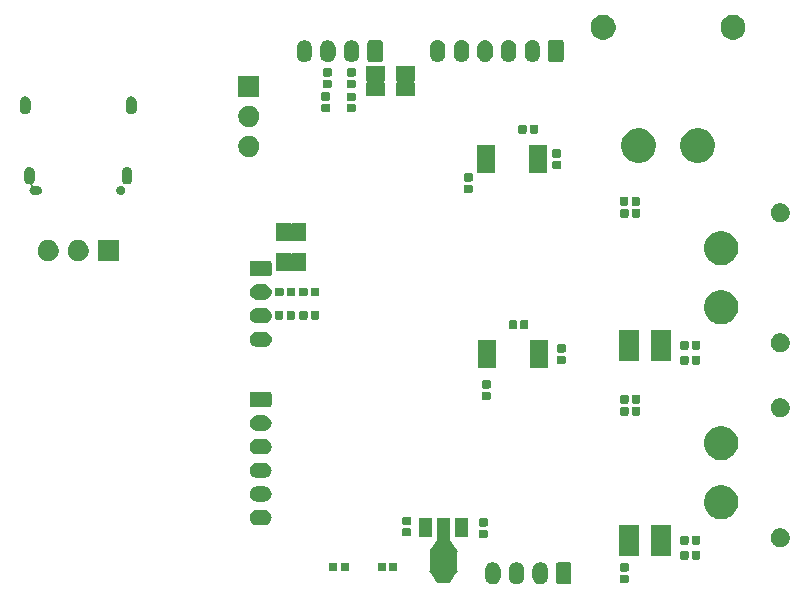
<source format=gbr>
G04 #@! TF.GenerationSoftware,KiCad,Pcbnew,(5.1.5)-3*
G04 #@! TF.CreationDate,2022-05-21T19:39:02+09:00*
G04 #@! TF.ProjectId,RP_MD,52505f4d-442e-46b6-9963-61645f706362,rev?*
G04 #@! TF.SameCoordinates,Original*
G04 #@! TF.FileFunction,Soldermask,Bot*
G04 #@! TF.FilePolarity,Negative*
%FSLAX46Y46*%
G04 Gerber Fmt 4.6, Leading zero omitted, Abs format (unit mm)*
G04 Created by KiCad (PCBNEW (5.1.5)-3) date 2022-05-21 19:39:02*
%MOMM*%
%LPD*%
G04 APERTURE LIST*
%ADD10C,0.100000*%
G04 APERTURE END LIST*
D10*
G36*
X136017618Y-97127420D02*
G01*
X136097711Y-97151716D01*
X136140336Y-97164646D01*
X136253425Y-97225094D01*
X136352554Y-97306446D01*
X136433906Y-97405575D01*
X136494354Y-97518664D01*
X136494355Y-97518668D01*
X136531580Y-97641382D01*
X136541000Y-97737027D01*
X136541000Y-98350973D01*
X136531580Y-98446618D01*
X136504040Y-98537404D01*
X136494354Y-98569336D01*
X136433906Y-98682425D01*
X136352554Y-98781553D01*
X136253424Y-98862906D01*
X136140335Y-98923354D01*
X136108403Y-98933040D01*
X136017617Y-98960580D01*
X135890000Y-98973149D01*
X135762382Y-98960580D01*
X135671596Y-98933040D01*
X135639664Y-98923354D01*
X135526575Y-98862906D01*
X135427447Y-98781554D01*
X135346094Y-98682424D01*
X135285646Y-98569335D01*
X135275960Y-98537403D01*
X135248420Y-98446617D01*
X135239000Y-98350972D01*
X135239000Y-97737027D01*
X135248420Y-97641382D01*
X135285645Y-97518668D01*
X135285645Y-97518667D01*
X135317957Y-97458217D01*
X135346095Y-97405574D01*
X135362159Y-97386000D01*
X135427447Y-97306446D01*
X135526576Y-97225094D01*
X135639665Y-97164646D01*
X135682290Y-97151716D01*
X135762383Y-97127420D01*
X135890000Y-97114851D01*
X136017618Y-97127420D01*
G37*
G36*
X134017618Y-97127420D02*
G01*
X134097711Y-97151716D01*
X134140336Y-97164646D01*
X134253425Y-97225094D01*
X134352554Y-97306446D01*
X134433906Y-97405575D01*
X134494354Y-97518664D01*
X134494355Y-97518668D01*
X134531580Y-97641382D01*
X134541000Y-97737027D01*
X134541000Y-98350973D01*
X134531580Y-98446618D01*
X134504040Y-98537404D01*
X134494354Y-98569336D01*
X134433906Y-98682425D01*
X134352554Y-98781553D01*
X134253424Y-98862906D01*
X134140335Y-98923354D01*
X134108403Y-98933040D01*
X134017617Y-98960580D01*
X133890000Y-98973149D01*
X133762382Y-98960580D01*
X133671596Y-98933040D01*
X133639664Y-98923354D01*
X133526575Y-98862906D01*
X133427447Y-98781554D01*
X133346094Y-98682424D01*
X133285646Y-98569335D01*
X133275960Y-98537403D01*
X133248420Y-98446617D01*
X133239000Y-98350972D01*
X133239000Y-97737027D01*
X133248420Y-97641382D01*
X133285645Y-97518668D01*
X133285645Y-97518667D01*
X133317957Y-97458217D01*
X133346095Y-97405574D01*
X133362159Y-97386000D01*
X133427447Y-97306446D01*
X133526576Y-97225094D01*
X133639665Y-97164646D01*
X133682290Y-97151716D01*
X133762383Y-97127420D01*
X133890000Y-97114851D01*
X134017618Y-97127420D01*
G37*
G36*
X132017618Y-97127420D02*
G01*
X132097711Y-97151716D01*
X132140336Y-97164646D01*
X132253425Y-97225094D01*
X132352554Y-97306446D01*
X132433906Y-97405575D01*
X132494354Y-97518664D01*
X132494355Y-97518668D01*
X132531580Y-97641382D01*
X132541000Y-97737027D01*
X132541000Y-98350973D01*
X132531580Y-98446618D01*
X132504040Y-98537404D01*
X132494354Y-98569336D01*
X132433906Y-98682425D01*
X132352554Y-98781553D01*
X132253424Y-98862906D01*
X132140335Y-98923354D01*
X132108403Y-98933040D01*
X132017617Y-98960580D01*
X131890000Y-98973149D01*
X131762382Y-98960580D01*
X131671596Y-98933040D01*
X131639664Y-98923354D01*
X131526575Y-98862906D01*
X131427447Y-98781554D01*
X131346094Y-98682424D01*
X131285646Y-98569335D01*
X131275960Y-98537403D01*
X131248420Y-98446617D01*
X131239000Y-98350972D01*
X131239000Y-97737027D01*
X131248420Y-97641382D01*
X131285645Y-97518668D01*
X131285645Y-97518667D01*
X131317957Y-97458217D01*
X131346095Y-97405574D01*
X131362159Y-97386000D01*
X131427447Y-97306446D01*
X131526576Y-97225094D01*
X131639665Y-97164646D01*
X131682290Y-97151716D01*
X131762383Y-97127420D01*
X131890000Y-97114851D01*
X132017618Y-97127420D01*
G37*
G36*
X138381242Y-97122404D02*
G01*
X138418337Y-97133657D01*
X138452515Y-97151925D01*
X138482481Y-97176519D01*
X138507075Y-97206485D01*
X138525343Y-97240663D01*
X138536596Y-97277758D01*
X138541000Y-97322474D01*
X138541000Y-98765526D01*
X138536596Y-98810242D01*
X138525343Y-98847337D01*
X138507075Y-98881515D01*
X138482481Y-98911481D01*
X138452515Y-98936075D01*
X138418337Y-98954343D01*
X138381242Y-98965596D01*
X138336526Y-98970000D01*
X137443474Y-98970000D01*
X137398758Y-98965596D01*
X137361663Y-98954343D01*
X137327485Y-98936075D01*
X137297519Y-98911481D01*
X137272925Y-98881515D01*
X137254657Y-98847337D01*
X137243404Y-98810242D01*
X137239000Y-98765526D01*
X137239000Y-97322474D01*
X137243404Y-97277758D01*
X137254657Y-97240663D01*
X137272925Y-97206485D01*
X137297519Y-97176519D01*
X137327485Y-97151925D01*
X137361663Y-97133657D01*
X137398758Y-97122404D01*
X137443474Y-97118000D01*
X138336526Y-97118000D01*
X138381242Y-97122404D01*
G37*
G36*
X143283938Y-98185716D02*
G01*
X143304557Y-98191971D01*
X143323553Y-98202124D01*
X143340208Y-98215792D01*
X143353876Y-98232447D01*
X143364029Y-98251443D01*
X143370284Y-98272062D01*
X143373000Y-98299640D01*
X143373000Y-98758360D01*
X143370284Y-98785938D01*
X143364029Y-98806557D01*
X143353876Y-98825553D01*
X143340208Y-98842208D01*
X143323553Y-98855876D01*
X143304557Y-98866029D01*
X143283938Y-98872284D01*
X143256360Y-98875000D01*
X142747640Y-98875000D01*
X142720062Y-98872284D01*
X142699443Y-98866029D01*
X142680447Y-98855876D01*
X142663792Y-98842208D01*
X142650124Y-98825553D01*
X142639971Y-98806557D01*
X142633716Y-98785938D01*
X142631000Y-98758360D01*
X142631000Y-98299640D01*
X142633716Y-98272062D01*
X142639971Y-98251443D01*
X142650124Y-98232447D01*
X142663792Y-98215792D01*
X142680447Y-98202124D01*
X142699443Y-98191971D01*
X142720062Y-98185716D01*
X142747640Y-98183000D01*
X143256360Y-98183000D01*
X143283938Y-98185716D01*
G37*
G36*
X128271000Y-95205678D02*
G01*
X128273402Y-95230064D01*
X128280515Y-95253513D01*
X128293596Y-95277360D01*
X128802022Y-96003683D01*
X128817974Y-96022284D01*
X128837248Y-96037415D01*
X128859104Y-96048495D01*
X128871000Y-96051824D01*
X128871000Y-96062822D01*
X128873402Y-96087208D01*
X128880515Y-96110657D01*
X128893596Y-96134504D01*
X128912962Y-96162169D01*
X128917953Y-96169300D01*
X128931026Y-96187975D01*
X128926553Y-96190366D01*
X128907611Y-96205911D01*
X128892066Y-96224853D01*
X128880515Y-96246464D01*
X128873402Y-96269913D01*
X128871000Y-96294299D01*
X128871000Y-97760501D01*
X128873402Y-97784887D01*
X128880515Y-97808336D01*
X128892066Y-97829947D01*
X128907611Y-97848889D01*
X128926553Y-97864434D01*
X128931450Y-97867051D01*
X128893879Y-97920276D01*
X128881778Y-97941584D01*
X128874067Y-97964843D01*
X128871000Y-97992361D01*
X128871000Y-98003735D01*
X128855243Y-98008515D01*
X128833632Y-98020066D01*
X128814690Y-98035611D01*
X128800958Y-98051914D01*
X128246426Y-98837500D01*
X127193574Y-98837500D01*
X126639042Y-98051914D01*
X126623017Y-98033377D01*
X126603683Y-98018322D01*
X126581784Y-98007328D01*
X126569000Y-98003805D01*
X126569000Y-97992361D01*
X126566598Y-97967975D01*
X126559485Y-97944526D01*
X126546121Y-97920276D01*
X126508550Y-97867051D01*
X126513447Y-97864434D01*
X126532389Y-97848889D01*
X126547934Y-97829947D01*
X126559485Y-97808336D01*
X126566598Y-97784887D01*
X126569000Y-97760501D01*
X126569000Y-96294299D01*
X126566598Y-96269913D01*
X126559485Y-96246464D01*
X126547934Y-96224853D01*
X126532389Y-96205911D01*
X126513447Y-96190366D01*
X126508974Y-96187975D01*
X126546404Y-96134504D01*
X126558421Y-96113149D01*
X126566041Y-96089860D01*
X126569000Y-96062822D01*
X126569000Y-96051856D01*
X126583410Y-96047485D01*
X126605021Y-96035934D01*
X126623963Y-96020389D01*
X126637978Y-96003683D01*
X127146404Y-95277360D01*
X127158421Y-95256005D01*
X127166041Y-95232716D01*
X127169000Y-95205678D01*
X127169000Y-93410000D01*
X128271000Y-93410000D01*
X128271000Y-95205678D01*
G37*
G36*
X143283938Y-97215716D02*
G01*
X143304557Y-97221971D01*
X143323553Y-97232124D01*
X143340208Y-97245792D01*
X143353876Y-97262447D01*
X143364029Y-97281443D01*
X143370284Y-97302062D01*
X143373000Y-97329640D01*
X143373000Y-97788360D01*
X143370284Y-97815938D01*
X143364029Y-97836557D01*
X143353876Y-97855553D01*
X143340208Y-97872208D01*
X143323553Y-97885876D01*
X143304557Y-97896029D01*
X143283938Y-97902284D01*
X143256360Y-97905000D01*
X142747640Y-97905000D01*
X142720062Y-97902284D01*
X142699443Y-97896029D01*
X142680447Y-97885876D01*
X142663792Y-97872208D01*
X142650124Y-97855553D01*
X142639971Y-97836557D01*
X142633716Y-97815938D01*
X142631000Y-97788360D01*
X142631000Y-97329640D01*
X142633716Y-97302062D01*
X142639971Y-97281443D01*
X142650124Y-97262447D01*
X142663792Y-97245792D01*
X142680447Y-97232124D01*
X142699443Y-97221971D01*
X142720062Y-97215716D01*
X142747640Y-97213000D01*
X143256360Y-97213000D01*
X143283938Y-97215716D01*
G37*
G36*
X122746938Y-97151716D02*
G01*
X122767557Y-97157971D01*
X122786553Y-97168124D01*
X122803208Y-97181792D01*
X122816876Y-97198447D01*
X122827029Y-97217443D01*
X122833284Y-97238062D01*
X122836000Y-97265640D01*
X122836000Y-97774360D01*
X122833284Y-97801938D01*
X122827029Y-97822557D01*
X122816876Y-97841553D01*
X122803208Y-97858208D01*
X122786553Y-97871876D01*
X122767557Y-97882029D01*
X122746938Y-97888284D01*
X122719360Y-97891000D01*
X122260640Y-97891000D01*
X122233062Y-97888284D01*
X122212443Y-97882029D01*
X122193447Y-97871876D01*
X122176792Y-97858208D01*
X122163124Y-97841553D01*
X122152971Y-97822557D01*
X122146716Y-97801938D01*
X122144000Y-97774360D01*
X122144000Y-97265640D01*
X122146716Y-97238062D01*
X122152971Y-97217443D01*
X122163124Y-97198447D01*
X122176792Y-97181792D01*
X122193447Y-97168124D01*
X122212443Y-97157971D01*
X122233062Y-97151716D01*
X122260640Y-97149000D01*
X122719360Y-97149000D01*
X122746938Y-97151716D01*
G37*
G36*
X123716938Y-97151716D02*
G01*
X123737557Y-97157971D01*
X123756553Y-97168124D01*
X123773208Y-97181792D01*
X123786876Y-97198447D01*
X123797029Y-97217443D01*
X123803284Y-97238062D01*
X123806000Y-97265640D01*
X123806000Y-97774360D01*
X123803284Y-97801938D01*
X123797029Y-97822557D01*
X123786876Y-97841553D01*
X123773208Y-97858208D01*
X123756553Y-97871876D01*
X123737557Y-97882029D01*
X123716938Y-97888284D01*
X123689360Y-97891000D01*
X123230640Y-97891000D01*
X123203062Y-97888284D01*
X123182443Y-97882029D01*
X123163447Y-97871876D01*
X123146792Y-97858208D01*
X123133124Y-97841553D01*
X123122971Y-97822557D01*
X123116716Y-97801938D01*
X123114000Y-97774360D01*
X123114000Y-97265640D01*
X123116716Y-97238062D01*
X123122971Y-97217443D01*
X123133124Y-97198447D01*
X123146792Y-97181792D01*
X123163447Y-97168124D01*
X123182443Y-97157971D01*
X123203062Y-97151716D01*
X123230640Y-97149000D01*
X123689360Y-97149000D01*
X123716938Y-97151716D01*
G37*
G36*
X119606938Y-97151716D02*
G01*
X119627557Y-97157971D01*
X119646553Y-97168124D01*
X119663208Y-97181792D01*
X119676876Y-97198447D01*
X119687029Y-97217443D01*
X119693284Y-97238062D01*
X119696000Y-97265640D01*
X119696000Y-97774360D01*
X119693284Y-97801938D01*
X119687029Y-97822557D01*
X119676876Y-97841553D01*
X119663208Y-97858208D01*
X119646553Y-97871876D01*
X119627557Y-97882029D01*
X119606938Y-97888284D01*
X119579360Y-97891000D01*
X119120640Y-97891000D01*
X119093062Y-97888284D01*
X119072443Y-97882029D01*
X119053447Y-97871876D01*
X119036792Y-97858208D01*
X119023124Y-97841553D01*
X119012971Y-97822557D01*
X119006716Y-97801938D01*
X119004000Y-97774360D01*
X119004000Y-97265640D01*
X119006716Y-97238062D01*
X119012971Y-97217443D01*
X119023124Y-97198447D01*
X119036792Y-97181792D01*
X119053447Y-97168124D01*
X119072443Y-97157971D01*
X119093062Y-97151716D01*
X119120640Y-97149000D01*
X119579360Y-97149000D01*
X119606938Y-97151716D01*
G37*
G36*
X118636938Y-97151716D02*
G01*
X118657557Y-97157971D01*
X118676553Y-97168124D01*
X118693208Y-97181792D01*
X118706876Y-97198447D01*
X118717029Y-97217443D01*
X118723284Y-97238062D01*
X118726000Y-97265640D01*
X118726000Y-97774360D01*
X118723284Y-97801938D01*
X118717029Y-97822557D01*
X118706876Y-97841553D01*
X118693208Y-97858208D01*
X118676553Y-97871876D01*
X118657557Y-97882029D01*
X118636938Y-97888284D01*
X118609360Y-97891000D01*
X118150640Y-97891000D01*
X118123062Y-97888284D01*
X118102443Y-97882029D01*
X118083447Y-97871876D01*
X118066792Y-97858208D01*
X118053124Y-97841553D01*
X118042971Y-97822557D01*
X118036716Y-97801938D01*
X118034000Y-97774360D01*
X118034000Y-97265640D01*
X118036716Y-97238062D01*
X118042971Y-97217443D01*
X118053124Y-97198447D01*
X118066792Y-97181792D01*
X118083447Y-97168124D01*
X118102443Y-97157971D01*
X118123062Y-97151716D01*
X118150640Y-97149000D01*
X118609360Y-97149000D01*
X118636938Y-97151716D01*
G37*
G36*
X148361938Y-96151716D02*
G01*
X148382557Y-96157971D01*
X148401553Y-96168124D01*
X148418208Y-96181792D01*
X148431876Y-96198447D01*
X148442029Y-96217443D01*
X148448284Y-96238062D01*
X148451000Y-96265640D01*
X148451000Y-96774360D01*
X148448284Y-96801938D01*
X148442029Y-96822557D01*
X148431876Y-96841553D01*
X148418208Y-96858208D01*
X148401553Y-96871876D01*
X148382557Y-96882029D01*
X148361938Y-96888284D01*
X148334360Y-96891000D01*
X147875640Y-96891000D01*
X147848062Y-96888284D01*
X147827443Y-96882029D01*
X147808447Y-96871876D01*
X147791792Y-96858208D01*
X147778124Y-96841553D01*
X147767971Y-96822557D01*
X147761716Y-96801938D01*
X147759000Y-96774360D01*
X147759000Y-96265640D01*
X147761716Y-96238062D01*
X147767971Y-96217443D01*
X147778124Y-96198447D01*
X147791792Y-96181792D01*
X147808447Y-96168124D01*
X147827443Y-96157971D01*
X147848062Y-96151716D01*
X147875640Y-96149000D01*
X148334360Y-96149000D01*
X148361938Y-96151716D01*
G37*
G36*
X149331938Y-96151716D02*
G01*
X149352557Y-96157971D01*
X149371553Y-96168124D01*
X149388208Y-96181792D01*
X149401876Y-96198447D01*
X149412029Y-96217443D01*
X149418284Y-96238062D01*
X149421000Y-96265640D01*
X149421000Y-96774360D01*
X149418284Y-96801938D01*
X149412029Y-96822557D01*
X149401876Y-96841553D01*
X149388208Y-96858208D01*
X149371553Y-96871876D01*
X149352557Y-96882029D01*
X149331938Y-96888284D01*
X149304360Y-96891000D01*
X148845640Y-96891000D01*
X148818062Y-96888284D01*
X148797443Y-96882029D01*
X148778447Y-96871876D01*
X148761792Y-96858208D01*
X148748124Y-96841553D01*
X148737971Y-96822557D01*
X148731716Y-96801938D01*
X148729000Y-96774360D01*
X148729000Y-96265640D01*
X148731716Y-96238062D01*
X148737971Y-96217443D01*
X148748124Y-96198447D01*
X148761792Y-96181792D01*
X148778447Y-96168124D01*
X148797443Y-96157971D01*
X148818062Y-96151716D01*
X148845640Y-96149000D01*
X149304360Y-96149000D01*
X149331938Y-96151716D01*
G37*
G36*
X144261000Y-96576000D02*
G01*
X142599000Y-96576000D01*
X142599000Y-93924000D01*
X144261000Y-93924000D01*
X144261000Y-96576000D01*
G37*
G36*
X146961000Y-96576000D02*
G01*
X145299000Y-96576000D01*
X145299000Y-93924000D01*
X146961000Y-93924000D01*
X146961000Y-96576000D01*
G37*
G36*
X156443642Y-94264781D02*
G01*
X156563536Y-94314443D01*
X156589416Y-94325163D01*
X156720608Y-94412822D01*
X156832178Y-94524392D01*
X156919837Y-94655584D01*
X156919838Y-94655586D01*
X156980219Y-94801358D01*
X157011000Y-94956107D01*
X157011000Y-95113893D01*
X156980219Y-95268642D01*
X156962259Y-95312000D01*
X156919837Y-95414416D01*
X156832178Y-95545608D01*
X156720608Y-95657178D01*
X156589416Y-95744837D01*
X156589415Y-95744838D01*
X156589414Y-95744838D01*
X156443642Y-95805219D01*
X156288893Y-95836000D01*
X156131107Y-95836000D01*
X155976358Y-95805219D01*
X155830586Y-95744838D01*
X155830585Y-95744838D01*
X155830584Y-95744837D01*
X155699392Y-95657178D01*
X155587822Y-95545608D01*
X155500163Y-95414416D01*
X155457741Y-95312000D01*
X155439781Y-95268642D01*
X155409000Y-95113893D01*
X155409000Y-94956107D01*
X155439781Y-94801358D01*
X155500162Y-94655586D01*
X155500163Y-94655584D01*
X155587822Y-94524392D01*
X155699392Y-94412822D01*
X155830584Y-94325163D01*
X155856464Y-94314443D01*
X155976358Y-94264781D01*
X156131107Y-94234000D01*
X156288893Y-94234000D01*
X156443642Y-94264781D01*
G37*
G36*
X149331938Y-94881716D02*
G01*
X149352557Y-94887971D01*
X149371553Y-94898124D01*
X149388208Y-94911792D01*
X149401876Y-94928447D01*
X149412029Y-94947443D01*
X149418284Y-94968062D01*
X149421000Y-94995640D01*
X149421000Y-95504360D01*
X149418284Y-95531938D01*
X149412029Y-95552557D01*
X149401876Y-95571553D01*
X149388208Y-95588208D01*
X149371553Y-95601876D01*
X149352557Y-95612029D01*
X149331938Y-95618284D01*
X149304360Y-95621000D01*
X148845640Y-95621000D01*
X148818062Y-95618284D01*
X148797443Y-95612029D01*
X148778447Y-95601876D01*
X148761792Y-95588208D01*
X148748124Y-95571553D01*
X148737971Y-95552557D01*
X148731716Y-95531938D01*
X148729000Y-95504360D01*
X148729000Y-94995640D01*
X148731716Y-94968062D01*
X148737971Y-94947443D01*
X148748124Y-94928447D01*
X148761792Y-94911792D01*
X148778447Y-94898124D01*
X148797443Y-94887971D01*
X148818062Y-94881716D01*
X148845640Y-94879000D01*
X149304360Y-94879000D01*
X149331938Y-94881716D01*
G37*
G36*
X148361938Y-94881716D02*
G01*
X148382557Y-94887971D01*
X148401553Y-94898124D01*
X148418208Y-94911792D01*
X148431876Y-94928447D01*
X148442029Y-94947443D01*
X148448284Y-94968062D01*
X148451000Y-94995640D01*
X148451000Y-95504360D01*
X148448284Y-95531938D01*
X148442029Y-95552557D01*
X148431876Y-95571553D01*
X148418208Y-95588208D01*
X148401553Y-95601876D01*
X148382557Y-95612029D01*
X148361938Y-95618284D01*
X148334360Y-95621000D01*
X147875640Y-95621000D01*
X147848062Y-95618284D01*
X147827443Y-95612029D01*
X147808447Y-95601876D01*
X147791792Y-95588208D01*
X147778124Y-95571553D01*
X147767971Y-95552557D01*
X147761716Y-95531938D01*
X147759000Y-95504360D01*
X147759000Y-94995640D01*
X147761716Y-94968062D01*
X147767971Y-94947443D01*
X147778124Y-94928447D01*
X147791792Y-94911792D01*
X147808447Y-94898124D01*
X147827443Y-94887971D01*
X147848062Y-94881716D01*
X147875640Y-94879000D01*
X148334360Y-94879000D01*
X148361938Y-94881716D01*
G37*
G36*
X131345938Y-94375716D02*
G01*
X131366557Y-94381971D01*
X131385553Y-94392124D01*
X131402208Y-94405792D01*
X131415876Y-94422447D01*
X131426029Y-94441443D01*
X131432284Y-94462062D01*
X131435000Y-94489640D01*
X131435000Y-94948360D01*
X131432284Y-94975938D01*
X131426029Y-94996557D01*
X131415876Y-95015553D01*
X131402208Y-95032208D01*
X131385553Y-95045876D01*
X131366557Y-95056029D01*
X131345938Y-95062284D01*
X131318360Y-95065000D01*
X130809640Y-95065000D01*
X130782062Y-95062284D01*
X130761443Y-95056029D01*
X130742447Y-95045876D01*
X130725792Y-95032208D01*
X130712124Y-95015553D01*
X130701971Y-94996557D01*
X130695716Y-94975938D01*
X130693000Y-94948360D01*
X130693000Y-94489640D01*
X130695716Y-94462062D01*
X130701971Y-94441443D01*
X130712124Y-94422447D01*
X130725792Y-94405792D01*
X130742447Y-94392124D01*
X130761443Y-94381971D01*
X130782062Y-94375716D01*
X130809640Y-94373000D01*
X131318360Y-94373000D01*
X131345938Y-94375716D01*
G37*
G36*
X126771000Y-95015500D02*
G01*
X125669000Y-95015500D01*
X125669000Y-93413500D01*
X126771000Y-93413500D01*
X126771000Y-95015500D01*
G37*
G36*
X129771000Y-95015500D02*
G01*
X128669000Y-95015500D01*
X128669000Y-93413500D01*
X129771000Y-93413500D01*
X129771000Y-95015500D01*
G37*
G36*
X124868938Y-94248716D02*
G01*
X124889557Y-94254971D01*
X124908553Y-94265124D01*
X124925208Y-94278792D01*
X124938876Y-94295447D01*
X124949029Y-94314443D01*
X124955284Y-94335062D01*
X124958000Y-94362640D01*
X124958000Y-94821360D01*
X124955284Y-94848938D01*
X124949029Y-94869557D01*
X124938876Y-94888553D01*
X124925208Y-94905208D01*
X124908553Y-94918876D01*
X124889557Y-94929029D01*
X124868938Y-94935284D01*
X124841360Y-94938000D01*
X124332640Y-94938000D01*
X124305062Y-94935284D01*
X124284443Y-94929029D01*
X124265447Y-94918876D01*
X124248792Y-94905208D01*
X124235124Y-94888553D01*
X124224971Y-94869557D01*
X124218716Y-94848938D01*
X124216000Y-94821360D01*
X124216000Y-94362640D01*
X124218716Y-94335062D01*
X124224971Y-94314443D01*
X124235124Y-94295447D01*
X124248792Y-94278792D01*
X124265447Y-94265124D01*
X124284443Y-94254971D01*
X124305062Y-94248716D01*
X124332640Y-94246000D01*
X124841360Y-94246000D01*
X124868938Y-94248716D01*
G37*
G36*
X131345938Y-93405716D02*
G01*
X131366557Y-93411971D01*
X131385553Y-93422124D01*
X131402208Y-93435792D01*
X131415876Y-93452447D01*
X131426029Y-93471443D01*
X131432284Y-93492062D01*
X131435000Y-93519640D01*
X131435000Y-93978360D01*
X131432284Y-94005938D01*
X131426029Y-94026557D01*
X131415876Y-94045553D01*
X131402208Y-94062208D01*
X131385553Y-94075876D01*
X131366557Y-94086029D01*
X131345938Y-94092284D01*
X131318360Y-94095000D01*
X130809640Y-94095000D01*
X130782062Y-94092284D01*
X130761443Y-94086029D01*
X130742447Y-94075876D01*
X130725792Y-94062208D01*
X130712124Y-94045553D01*
X130701971Y-94026557D01*
X130695716Y-94005938D01*
X130693000Y-93978360D01*
X130693000Y-93519640D01*
X130695716Y-93492062D01*
X130701971Y-93471443D01*
X130712124Y-93452447D01*
X130725792Y-93435792D01*
X130742447Y-93422124D01*
X130761443Y-93411971D01*
X130782062Y-93405716D01*
X130809640Y-93403000D01*
X131318360Y-93403000D01*
X131345938Y-93405716D01*
G37*
G36*
X112558855Y-92682140D02*
G01*
X112622618Y-92688420D01*
X112713404Y-92715960D01*
X112745336Y-92725646D01*
X112858425Y-92786094D01*
X112957554Y-92867446D01*
X113038906Y-92966575D01*
X113099354Y-93079664D01*
X113099355Y-93079668D01*
X113136580Y-93202382D01*
X113149149Y-93330000D01*
X113136580Y-93457618D01*
X113132386Y-93471443D01*
X113099354Y-93580336D01*
X113038906Y-93693425D01*
X112957554Y-93792554D01*
X112858425Y-93873906D01*
X112745336Y-93934354D01*
X112730534Y-93938844D01*
X112622618Y-93971580D01*
X112558855Y-93977860D01*
X112526974Y-93981000D01*
X111913026Y-93981000D01*
X111881145Y-93977860D01*
X111817382Y-93971580D01*
X111709466Y-93938844D01*
X111694664Y-93934354D01*
X111581575Y-93873906D01*
X111482446Y-93792554D01*
X111401094Y-93693425D01*
X111340646Y-93580336D01*
X111307614Y-93471443D01*
X111303420Y-93457618D01*
X111290851Y-93330000D01*
X111303420Y-93202382D01*
X111340645Y-93079668D01*
X111340646Y-93079664D01*
X111401094Y-92966575D01*
X111482446Y-92867446D01*
X111581575Y-92786094D01*
X111694664Y-92725646D01*
X111726596Y-92715960D01*
X111817382Y-92688420D01*
X111881145Y-92682140D01*
X111913026Y-92679000D01*
X112526974Y-92679000D01*
X112558855Y-92682140D01*
G37*
G36*
X124868938Y-93278716D02*
G01*
X124889557Y-93284971D01*
X124908553Y-93295124D01*
X124925208Y-93308792D01*
X124938876Y-93325447D01*
X124949029Y-93344443D01*
X124955284Y-93365062D01*
X124958000Y-93392640D01*
X124958000Y-93851360D01*
X124955284Y-93878938D01*
X124949029Y-93899557D01*
X124938876Y-93918553D01*
X124925208Y-93935208D01*
X124908553Y-93948876D01*
X124889557Y-93959029D01*
X124868938Y-93965284D01*
X124841360Y-93968000D01*
X124332640Y-93968000D01*
X124305062Y-93965284D01*
X124284443Y-93959029D01*
X124265447Y-93948876D01*
X124248792Y-93935208D01*
X124235124Y-93918553D01*
X124224971Y-93899557D01*
X124218716Y-93878938D01*
X124216000Y-93851360D01*
X124216000Y-93392640D01*
X124218716Y-93365062D01*
X124224971Y-93344443D01*
X124235124Y-93325447D01*
X124248792Y-93308792D01*
X124265447Y-93295124D01*
X124284443Y-93284971D01*
X124305062Y-93278716D01*
X124332640Y-93276000D01*
X124841360Y-93276000D01*
X124868938Y-93278716D01*
G37*
G36*
X151633241Y-90639760D02*
G01*
X151897305Y-90749139D01*
X152134958Y-90907934D01*
X152337066Y-91110042D01*
X152495861Y-91347695D01*
X152605240Y-91611759D01*
X152661000Y-91892088D01*
X152661000Y-92177912D01*
X152605240Y-92458241D01*
X152495861Y-92722305D01*
X152337066Y-92959958D01*
X152134958Y-93162066D01*
X151897305Y-93320861D01*
X151633241Y-93430240D01*
X151352912Y-93486000D01*
X151067088Y-93486000D01*
X150786759Y-93430240D01*
X150522695Y-93320861D01*
X150285042Y-93162066D01*
X150082934Y-92959958D01*
X149924139Y-92722305D01*
X149814760Y-92458241D01*
X149759000Y-92177912D01*
X149759000Y-91892088D01*
X149814760Y-91611759D01*
X149924139Y-91347695D01*
X150082934Y-91110042D01*
X150285042Y-90907934D01*
X150522695Y-90749139D01*
X150786759Y-90639760D01*
X151067088Y-90584000D01*
X151352912Y-90584000D01*
X151633241Y-90639760D01*
G37*
G36*
X112558855Y-90682140D02*
G01*
X112622618Y-90688420D01*
X112713404Y-90715960D01*
X112745336Y-90725646D01*
X112858425Y-90786094D01*
X112957554Y-90867446D01*
X113038906Y-90966575D01*
X113099354Y-91079664D01*
X113099355Y-91079668D01*
X113136580Y-91202382D01*
X113149149Y-91330000D01*
X113136580Y-91457618D01*
X113109040Y-91548404D01*
X113099354Y-91580336D01*
X113038906Y-91693425D01*
X112957554Y-91792554D01*
X112858425Y-91873906D01*
X112745336Y-91934354D01*
X112713404Y-91944040D01*
X112622618Y-91971580D01*
X112558855Y-91977860D01*
X112526974Y-91981000D01*
X111913026Y-91981000D01*
X111881145Y-91977860D01*
X111817382Y-91971580D01*
X111726596Y-91944040D01*
X111694664Y-91934354D01*
X111581575Y-91873906D01*
X111482446Y-91792554D01*
X111401094Y-91693425D01*
X111340646Y-91580336D01*
X111330960Y-91548404D01*
X111303420Y-91457618D01*
X111290851Y-91330000D01*
X111303420Y-91202382D01*
X111340645Y-91079668D01*
X111340646Y-91079664D01*
X111401094Y-90966575D01*
X111482446Y-90867446D01*
X111581575Y-90786094D01*
X111694664Y-90725646D01*
X111726596Y-90715960D01*
X111817382Y-90688420D01*
X111881145Y-90682140D01*
X111913026Y-90679000D01*
X112526974Y-90679000D01*
X112558855Y-90682140D01*
G37*
G36*
X112558855Y-88682140D02*
G01*
X112622618Y-88688420D01*
X112713404Y-88715960D01*
X112745336Y-88725646D01*
X112858425Y-88786094D01*
X112957554Y-88867446D01*
X113038906Y-88966575D01*
X113099354Y-89079664D01*
X113099355Y-89079668D01*
X113136580Y-89202382D01*
X113149149Y-89330000D01*
X113136580Y-89457618D01*
X113109040Y-89548404D01*
X113099354Y-89580336D01*
X113038906Y-89693425D01*
X112957554Y-89792554D01*
X112858425Y-89873906D01*
X112745336Y-89934354D01*
X112713404Y-89944040D01*
X112622618Y-89971580D01*
X112558855Y-89977860D01*
X112526974Y-89981000D01*
X111913026Y-89981000D01*
X111881145Y-89977860D01*
X111817382Y-89971580D01*
X111726596Y-89944040D01*
X111694664Y-89934354D01*
X111581575Y-89873906D01*
X111482446Y-89792554D01*
X111401094Y-89693425D01*
X111340646Y-89580336D01*
X111330960Y-89548404D01*
X111303420Y-89457618D01*
X111290851Y-89330000D01*
X111303420Y-89202382D01*
X111340645Y-89079668D01*
X111340646Y-89079664D01*
X111401094Y-88966575D01*
X111482446Y-88867446D01*
X111581575Y-88786094D01*
X111694664Y-88725646D01*
X111726596Y-88715960D01*
X111817382Y-88688420D01*
X111881145Y-88682140D01*
X111913026Y-88679000D01*
X112526974Y-88679000D01*
X112558855Y-88682140D01*
G37*
G36*
X151633241Y-85639760D02*
G01*
X151897305Y-85749139D01*
X152134958Y-85907934D01*
X152337066Y-86110042D01*
X152495861Y-86347695D01*
X152605240Y-86611759D01*
X152661000Y-86892088D01*
X152661000Y-87177912D01*
X152605240Y-87458241D01*
X152495861Y-87722305D01*
X152337066Y-87959958D01*
X152134958Y-88162066D01*
X151897305Y-88320861D01*
X151633241Y-88430240D01*
X151352912Y-88486000D01*
X151067088Y-88486000D01*
X150786759Y-88430240D01*
X150522695Y-88320861D01*
X150285042Y-88162066D01*
X150082934Y-87959958D01*
X149924139Y-87722305D01*
X149814760Y-87458241D01*
X149759000Y-87177912D01*
X149759000Y-86892088D01*
X149814760Y-86611759D01*
X149924139Y-86347695D01*
X150082934Y-86110042D01*
X150285042Y-85907934D01*
X150522695Y-85749139D01*
X150786759Y-85639760D01*
X151067088Y-85584000D01*
X151352912Y-85584000D01*
X151633241Y-85639760D01*
G37*
G36*
X112558855Y-86682140D02*
G01*
X112622618Y-86688420D01*
X112713404Y-86715960D01*
X112745336Y-86725646D01*
X112858425Y-86786094D01*
X112957554Y-86867446D01*
X113038906Y-86966575D01*
X113099354Y-87079664D01*
X113099355Y-87079668D01*
X113136580Y-87202382D01*
X113149149Y-87330000D01*
X113136580Y-87457618D01*
X113109040Y-87548404D01*
X113099354Y-87580336D01*
X113038906Y-87693425D01*
X112957554Y-87792554D01*
X112858425Y-87873906D01*
X112745336Y-87934354D01*
X112713404Y-87944040D01*
X112622618Y-87971580D01*
X112558855Y-87977860D01*
X112526974Y-87981000D01*
X111913026Y-87981000D01*
X111881145Y-87977860D01*
X111817382Y-87971580D01*
X111726596Y-87944040D01*
X111694664Y-87934354D01*
X111581575Y-87873906D01*
X111482446Y-87792554D01*
X111401094Y-87693425D01*
X111340646Y-87580336D01*
X111330960Y-87548404D01*
X111303420Y-87457618D01*
X111290851Y-87330000D01*
X111303420Y-87202382D01*
X111340645Y-87079668D01*
X111340646Y-87079664D01*
X111401094Y-86966575D01*
X111482446Y-86867446D01*
X111581575Y-86786094D01*
X111694664Y-86725646D01*
X111726596Y-86715960D01*
X111817382Y-86688420D01*
X111881145Y-86682140D01*
X111913026Y-86679000D01*
X112526974Y-86679000D01*
X112558855Y-86682140D01*
G37*
G36*
X112558855Y-84682140D02*
G01*
X112622618Y-84688420D01*
X112713404Y-84715960D01*
X112745336Y-84725646D01*
X112858425Y-84786094D01*
X112957554Y-84867446D01*
X113038906Y-84966575D01*
X113099354Y-85079664D01*
X113099355Y-85079668D01*
X113136580Y-85202382D01*
X113149149Y-85330000D01*
X113136580Y-85457618D01*
X113109040Y-85548404D01*
X113099354Y-85580336D01*
X113038906Y-85693425D01*
X112957554Y-85792554D01*
X112858425Y-85873906D01*
X112745336Y-85934354D01*
X112713404Y-85944040D01*
X112622618Y-85971580D01*
X112558855Y-85977860D01*
X112526974Y-85981000D01*
X111913026Y-85981000D01*
X111881145Y-85977860D01*
X111817382Y-85971580D01*
X111726596Y-85944040D01*
X111694664Y-85934354D01*
X111581575Y-85873906D01*
X111482446Y-85792554D01*
X111401094Y-85693425D01*
X111340646Y-85580336D01*
X111330960Y-85548404D01*
X111303420Y-85457618D01*
X111290851Y-85330000D01*
X111303420Y-85202382D01*
X111340645Y-85079668D01*
X111340646Y-85079664D01*
X111401094Y-84966575D01*
X111482446Y-84867446D01*
X111581575Y-84786094D01*
X111694664Y-84725646D01*
X111726596Y-84715960D01*
X111817382Y-84688420D01*
X111881145Y-84682140D01*
X111913026Y-84679000D01*
X112526974Y-84679000D01*
X112558855Y-84682140D01*
G37*
G36*
X156443642Y-83264781D02*
G01*
X156589414Y-83325162D01*
X156589416Y-83325163D01*
X156720608Y-83412822D01*
X156832178Y-83524392D01*
X156905116Y-83633553D01*
X156919838Y-83655586D01*
X156980219Y-83801358D01*
X157011000Y-83956107D01*
X157011000Y-84113893D01*
X156980219Y-84268642D01*
X156919838Y-84414414D01*
X156919837Y-84414416D01*
X156832178Y-84545608D01*
X156720608Y-84657178D01*
X156589416Y-84744837D01*
X156589415Y-84744838D01*
X156589414Y-84744838D01*
X156443642Y-84805219D01*
X156288893Y-84836000D01*
X156131107Y-84836000D01*
X155976358Y-84805219D01*
X155830586Y-84744838D01*
X155830585Y-84744838D01*
X155830584Y-84744837D01*
X155699392Y-84657178D01*
X155587822Y-84545608D01*
X155500163Y-84414416D01*
X155500162Y-84414414D01*
X155439781Y-84268642D01*
X155409000Y-84113893D01*
X155409000Y-83956107D01*
X155439781Y-83801358D01*
X155500162Y-83655586D01*
X155514884Y-83633553D01*
X155587822Y-83524392D01*
X155699392Y-83412822D01*
X155830584Y-83325163D01*
X155830586Y-83325162D01*
X155976358Y-83264781D01*
X156131107Y-83234000D01*
X156288893Y-83234000D01*
X156443642Y-83264781D01*
G37*
G36*
X144251938Y-83959716D02*
G01*
X144272557Y-83965971D01*
X144291553Y-83976124D01*
X144308208Y-83989792D01*
X144321876Y-84006447D01*
X144332029Y-84025443D01*
X144338284Y-84046062D01*
X144341000Y-84073640D01*
X144341000Y-84582360D01*
X144338284Y-84609938D01*
X144332029Y-84630557D01*
X144321876Y-84649553D01*
X144308208Y-84666208D01*
X144291553Y-84679876D01*
X144272557Y-84690029D01*
X144251938Y-84696284D01*
X144224360Y-84699000D01*
X143765640Y-84699000D01*
X143738062Y-84696284D01*
X143717443Y-84690029D01*
X143698447Y-84679876D01*
X143681792Y-84666208D01*
X143668124Y-84649553D01*
X143657971Y-84630557D01*
X143651716Y-84609938D01*
X143649000Y-84582360D01*
X143649000Y-84073640D01*
X143651716Y-84046062D01*
X143657971Y-84025443D01*
X143668124Y-84006447D01*
X143681792Y-83989792D01*
X143698447Y-83976124D01*
X143717443Y-83965971D01*
X143738062Y-83959716D01*
X143765640Y-83957000D01*
X144224360Y-83957000D01*
X144251938Y-83959716D01*
G37*
G36*
X143281938Y-83959716D02*
G01*
X143302557Y-83965971D01*
X143321553Y-83976124D01*
X143338208Y-83989792D01*
X143351876Y-84006447D01*
X143362029Y-84025443D01*
X143368284Y-84046062D01*
X143371000Y-84073640D01*
X143371000Y-84582360D01*
X143368284Y-84609938D01*
X143362029Y-84630557D01*
X143351876Y-84649553D01*
X143338208Y-84666208D01*
X143321553Y-84679876D01*
X143302557Y-84690029D01*
X143281938Y-84696284D01*
X143254360Y-84699000D01*
X142795640Y-84699000D01*
X142768062Y-84696284D01*
X142747443Y-84690029D01*
X142728447Y-84679876D01*
X142711792Y-84666208D01*
X142698124Y-84649553D01*
X142687971Y-84630557D01*
X142681716Y-84609938D01*
X142679000Y-84582360D01*
X142679000Y-84073640D01*
X142681716Y-84046062D01*
X142687971Y-84025443D01*
X142698124Y-84006447D01*
X142711792Y-83989792D01*
X142728447Y-83976124D01*
X142747443Y-83965971D01*
X142768062Y-83959716D01*
X142795640Y-83957000D01*
X143254360Y-83957000D01*
X143281938Y-83959716D01*
G37*
G36*
X112986242Y-82683404D02*
G01*
X113023337Y-82694657D01*
X113057515Y-82712925D01*
X113087481Y-82737519D01*
X113112075Y-82767485D01*
X113130343Y-82801663D01*
X113141596Y-82838758D01*
X113146000Y-82883474D01*
X113146000Y-83776526D01*
X113141596Y-83821242D01*
X113130343Y-83858337D01*
X113112075Y-83892515D01*
X113087481Y-83922481D01*
X113057515Y-83947075D01*
X113023337Y-83965343D01*
X112986242Y-83976596D01*
X112941526Y-83981000D01*
X111498474Y-83981000D01*
X111453758Y-83976596D01*
X111416663Y-83965343D01*
X111382485Y-83947075D01*
X111352519Y-83922481D01*
X111327925Y-83892515D01*
X111309657Y-83858337D01*
X111298404Y-83821242D01*
X111294000Y-83776526D01*
X111294000Y-82883474D01*
X111298404Y-82838758D01*
X111309657Y-82801663D01*
X111327925Y-82767485D01*
X111352519Y-82737519D01*
X111382485Y-82712925D01*
X111416663Y-82694657D01*
X111453758Y-82683404D01*
X111498474Y-82679000D01*
X112941526Y-82679000D01*
X112986242Y-82683404D01*
G37*
G36*
X143281938Y-82943716D02*
G01*
X143302557Y-82949971D01*
X143321553Y-82960124D01*
X143338208Y-82973792D01*
X143351876Y-82990447D01*
X143362029Y-83009443D01*
X143368284Y-83030062D01*
X143371000Y-83057640D01*
X143371000Y-83566360D01*
X143368284Y-83593938D01*
X143362029Y-83614557D01*
X143351876Y-83633553D01*
X143338208Y-83650208D01*
X143321553Y-83663876D01*
X143302557Y-83674029D01*
X143281938Y-83680284D01*
X143254360Y-83683000D01*
X142795640Y-83683000D01*
X142768062Y-83680284D01*
X142747443Y-83674029D01*
X142728447Y-83663876D01*
X142711792Y-83650208D01*
X142698124Y-83633553D01*
X142687971Y-83614557D01*
X142681716Y-83593938D01*
X142679000Y-83566360D01*
X142679000Y-83057640D01*
X142681716Y-83030062D01*
X142687971Y-83009443D01*
X142698124Y-82990447D01*
X142711792Y-82973792D01*
X142728447Y-82960124D01*
X142747443Y-82949971D01*
X142768062Y-82943716D01*
X142795640Y-82941000D01*
X143254360Y-82941000D01*
X143281938Y-82943716D01*
G37*
G36*
X144251938Y-82943716D02*
G01*
X144272557Y-82949971D01*
X144291553Y-82960124D01*
X144308208Y-82973792D01*
X144321876Y-82990447D01*
X144332029Y-83009443D01*
X144338284Y-83030062D01*
X144341000Y-83057640D01*
X144341000Y-83566360D01*
X144338284Y-83593938D01*
X144332029Y-83614557D01*
X144321876Y-83633553D01*
X144308208Y-83650208D01*
X144291553Y-83663876D01*
X144272557Y-83674029D01*
X144251938Y-83680284D01*
X144224360Y-83683000D01*
X143765640Y-83683000D01*
X143738062Y-83680284D01*
X143717443Y-83674029D01*
X143698447Y-83663876D01*
X143681792Y-83650208D01*
X143668124Y-83633553D01*
X143657971Y-83614557D01*
X143651716Y-83593938D01*
X143649000Y-83566360D01*
X143649000Y-83057640D01*
X143651716Y-83030062D01*
X143657971Y-83009443D01*
X143668124Y-82990447D01*
X143681792Y-82973792D01*
X143698447Y-82960124D01*
X143717443Y-82949971D01*
X143738062Y-82943716D01*
X143765640Y-82941000D01*
X144224360Y-82941000D01*
X144251938Y-82943716D01*
G37*
G36*
X131599938Y-82691716D02*
G01*
X131620557Y-82697971D01*
X131639553Y-82708124D01*
X131656208Y-82721792D01*
X131669876Y-82738447D01*
X131680029Y-82757443D01*
X131686284Y-82778062D01*
X131689000Y-82805640D01*
X131689000Y-83264360D01*
X131686284Y-83291938D01*
X131680029Y-83312557D01*
X131669876Y-83331553D01*
X131656208Y-83348208D01*
X131639553Y-83361876D01*
X131620557Y-83372029D01*
X131599938Y-83378284D01*
X131572360Y-83381000D01*
X131063640Y-83381000D01*
X131036062Y-83378284D01*
X131015443Y-83372029D01*
X130996447Y-83361876D01*
X130979792Y-83348208D01*
X130966124Y-83331553D01*
X130955971Y-83312557D01*
X130949716Y-83291938D01*
X130947000Y-83264360D01*
X130947000Y-82805640D01*
X130949716Y-82778062D01*
X130955971Y-82757443D01*
X130966124Y-82738447D01*
X130979792Y-82721792D01*
X130996447Y-82708124D01*
X131015443Y-82697971D01*
X131036062Y-82691716D01*
X131063640Y-82689000D01*
X131572360Y-82689000D01*
X131599938Y-82691716D01*
G37*
G36*
X131599938Y-81721716D02*
G01*
X131620557Y-81727971D01*
X131639553Y-81738124D01*
X131656208Y-81751792D01*
X131669876Y-81768447D01*
X131680029Y-81787443D01*
X131686284Y-81808062D01*
X131689000Y-81835640D01*
X131689000Y-82294360D01*
X131686284Y-82321938D01*
X131680029Y-82342557D01*
X131669876Y-82361553D01*
X131656208Y-82378208D01*
X131639553Y-82391876D01*
X131620557Y-82402029D01*
X131599938Y-82408284D01*
X131572360Y-82411000D01*
X131063640Y-82411000D01*
X131036062Y-82408284D01*
X131015443Y-82402029D01*
X130996447Y-82391876D01*
X130979792Y-82378208D01*
X130966124Y-82361553D01*
X130955971Y-82342557D01*
X130949716Y-82321938D01*
X130947000Y-82294360D01*
X130947000Y-81835640D01*
X130949716Y-81808062D01*
X130955971Y-81787443D01*
X130966124Y-81768447D01*
X130979792Y-81751792D01*
X130996447Y-81738124D01*
X131015443Y-81727971D01*
X131036062Y-81721716D01*
X131063640Y-81719000D01*
X131572360Y-81719000D01*
X131599938Y-81721716D01*
G37*
G36*
X132155000Y-80703000D02*
G01*
X130653000Y-80703000D01*
X130653000Y-78301000D01*
X132155000Y-78301000D01*
X132155000Y-80703000D01*
G37*
G36*
X136555000Y-80703000D02*
G01*
X135053000Y-80703000D01*
X135053000Y-78301000D01*
X136555000Y-78301000D01*
X136555000Y-80703000D01*
G37*
G36*
X148361938Y-79641716D02*
G01*
X148382557Y-79647971D01*
X148401553Y-79658124D01*
X148418208Y-79671792D01*
X148431876Y-79688447D01*
X148442029Y-79707443D01*
X148448284Y-79728062D01*
X148451000Y-79755640D01*
X148451000Y-80264360D01*
X148448284Y-80291938D01*
X148442029Y-80312557D01*
X148431876Y-80331553D01*
X148418208Y-80348208D01*
X148401553Y-80361876D01*
X148382557Y-80372029D01*
X148361938Y-80378284D01*
X148334360Y-80381000D01*
X147875640Y-80381000D01*
X147848062Y-80378284D01*
X147827443Y-80372029D01*
X147808447Y-80361876D01*
X147791792Y-80348208D01*
X147778124Y-80331553D01*
X147767971Y-80312557D01*
X147761716Y-80291938D01*
X147759000Y-80264360D01*
X147759000Y-79755640D01*
X147761716Y-79728062D01*
X147767971Y-79707443D01*
X147778124Y-79688447D01*
X147791792Y-79671792D01*
X147808447Y-79658124D01*
X147827443Y-79647971D01*
X147848062Y-79641716D01*
X147875640Y-79639000D01*
X148334360Y-79639000D01*
X148361938Y-79641716D01*
G37*
G36*
X149331938Y-79641716D02*
G01*
X149352557Y-79647971D01*
X149371553Y-79658124D01*
X149388208Y-79671792D01*
X149401876Y-79688447D01*
X149412029Y-79707443D01*
X149418284Y-79728062D01*
X149421000Y-79755640D01*
X149421000Y-80264360D01*
X149418284Y-80291938D01*
X149412029Y-80312557D01*
X149401876Y-80331553D01*
X149388208Y-80348208D01*
X149371553Y-80361876D01*
X149352557Y-80372029D01*
X149331938Y-80378284D01*
X149304360Y-80381000D01*
X148845640Y-80381000D01*
X148818062Y-80378284D01*
X148797443Y-80372029D01*
X148778447Y-80361876D01*
X148761792Y-80348208D01*
X148748124Y-80331553D01*
X148737971Y-80312557D01*
X148731716Y-80291938D01*
X148729000Y-80264360D01*
X148729000Y-79755640D01*
X148731716Y-79728062D01*
X148737971Y-79707443D01*
X148748124Y-79688447D01*
X148761792Y-79671792D01*
X148778447Y-79658124D01*
X148797443Y-79647971D01*
X148818062Y-79641716D01*
X148845640Y-79639000D01*
X149304360Y-79639000D01*
X149331938Y-79641716D01*
G37*
G36*
X137949938Y-79643716D02*
G01*
X137970557Y-79649971D01*
X137989553Y-79660124D01*
X138006208Y-79673792D01*
X138019876Y-79690447D01*
X138030029Y-79709443D01*
X138036284Y-79730062D01*
X138039000Y-79757640D01*
X138039000Y-80216360D01*
X138036284Y-80243938D01*
X138030029Y-80264557D01*
X138019876Y-80283553D01*
X138006208Y-80300208D01*
X137989553Y-80313876D01*
X137970557Y-80324029D01*
X137949938Y-80330284D01*
X137922360Y-80333000D01*
X137413640Y-80333000D01*
X137386062Y-80330284D01*
X137365443Y-80324029D01*
X137346447Y-80313876D01*
X137329792Y-80300208D01*
X137316124Y-80283553D01*
X137305971Y-80264557D01*
X137299716Y-80243938D01*
X137297000Y-80216360D01*
X137297000Y-79757640D01*
X137299716Y-79730062D01*
X137305971Y-79709443D01*
X137316124Y-79690447D01*
X137329792Y-79673792D01*
X137346447Y-79660124D01*
X137365443Y-79649971D01*
X137386062Y-79643716D01*
X137413640Y-79641000D01*
X137922360Y-79641000D01*
X137949938Y-79643716D01*
G37*
G36*
X144261000Y-80066000D02*
G01*
X142599000Y-80066000D01*
X142599000Y-77414000D01*
X144261000Y-77414000D01*
X144261000Y-80066000D01*
G37*
G36*
X146961000Y-80066000D02*
G01*
X145299000Y-80066000D01*
X145299000Y-77414000D01*
X146961000Y-77414000D01*
X146961000Y-80066000D01*
G37*
G36*
X137949938Y-78673716D02*
G01*
X137970557Y-78679971D01*
X137989553Y-78690124D01*
X138006208Y-78703792D01*
X138019876Y-78720447D01*
X138030029Y-78739443D01*
X138036284Y-78760062D01*
X138039000Y-78787640D01*
X138039000Y-79246360D01*
X138036284Y-79273938D01*
X138030029Y-79294557D01*
X138019876Y-79313553D01*
X138006208Y-79330208D01*
X137989553Y-79343876D01*
X137970557Y-79354029D01*
X137949938Y-79360284D01*
X137922360Y-79363000D01*
X137413640Y-79363000D01*
X137386062Y-79360284D01*
X137365443Y-79354029D01*
X137346447Y-79343876D01*
X137329792Y-79330208D01*
X137316124Y-79313553D01*
X137305971Y-79294557D01*
X137299716Y-79273938D01*
X137297000Y-79246360D01*
X137297000Y-78787640D01*
X137299716Y-78760062D01*
X137305971Y-78739443D01*
X137316124Y-78720447D01*
X137329792Y-78703792D01*
X137346447Y-78690124D01*
X137365443Y-78679971D01*
X137386062Y-78673716D01*
X137413640Y-78671000D01*
X137922360Y-78671000D01*
X137949938Y-78673716D01*
G37*
G36*
X156443642Y-77754781D02*
G01*
X156589414Y-77815162D01*
X156589416Y-77815163D01*
X156720608Y-77902822D01*
X156832178Y-78014392D01*
X156919837Y-78145584D01*
X156919838Y-78145586D01*
X156980219Y-78291358D01*
X157011000Y-78446107D01*
X157011000Y-78603893D01*
X156980219Y-78758642D01*
X156944715Y-78844355D01*
X156919837Y-78904416D01*
X156832178Y-79035608D01*
X156720608Y-79147178D01*
X156589416Y-79234837D01*
X156589415Y-79234838D01*
X156589414Y-79234838D01*
X156443642Y-79295219D01*
X156288893Y-79326000D01*
X156131107Y-79326000D01*
X155976358Y-79295219D01*
X155830586Y-79234838D01*
X155830585Y-79234838D01*
X155830584Y-79234837D01*
X155699392Y-79147178D01*
X155587822Y-79035608D01*
X155500163Y-78904416D01*
X155475285Y-78844355D01*
X155439781Y-78758642D01*
X155409000Y-78603893D01*
X155409000Y-78446107D01*
X155439781Y-78291358D01*
X155500162Y-78145586D01*
X155500163Y-78145584D01*
X155587822Y-78014392D01*
X155699392Y-77902822D01*
X155830584Y-77815163D01*
X155830586Y-77815162D01*
X155976358Y-77754781D01*
X156131107Y-77724000D01*
X156288893Y-77724000D01*
X156443642Y-77754781D01*
G37*
G36*
X149331938Y-78371716D02*
G01*
X149352557Y-78377971D01*
X149371553Y-78388124D01*
X149388208Y-78401792D01*
X149401876Y-78418447D01*
X149412029Y-78437443D01*
X149418284Y-78458062D01*
X149421000Y-78485640D01*
X149421000Y-78994360D01*
X149418284Y-79021938D01*
X149412029Y-79042557D01*
X149401876Y-79061553D01*
X149388208Y-79078208D01*
X149371553Y-79091876D01*
X149352557Y-79102029D01*
X149331938Y-79108284D01*
X149304360Y-79111000D01*
X148845640Y-79111000D01*
X148818062Y-79108284D01*
X148797443Y-79102029D01*
X148778447Y-79091876D01*
X148761792Y-79078208D01*
X148748124Y-79061553D01*
X148737971Y-79042557D01*
X148731716Y-79021938D01*
X148729000Y-78994360D01*
X148729000Y-78485640D01*
X148731716Y-78458062D01*
X148737971Y-78437443D01*
X148748124Y-78418447D01*
X148761792Y-78401792D01*
X148778447Y-78388124D01*
X148797443Y-78377971D01*
X148818062Y-78371716D01*
X148845640Y-78369000D01*
X149304360Y-78369000D01*
X149331938Y-78371716D01*
G37*
G36*
X148361938Y-78371716D02*
G01*
X148382557Y-78377971D01*
X148401553Y-78388124D01*
X148418208Y-78401792D01*
X148431876Y-78418447D01*
X148442029Y-78437443D01*
X148448284Y-78458062D01*
X148451000Y-78485640D01*
X148451000Y-78994360D01*
X148448284Y-79021938D01*
X148442029Y-79042557D01*
X148431876Y-79061553D01*
X148418208Y-79078208D01*
X148401553Y-79091876D01*
X148382557Y-79102029D01*
X148361938Y-79108284D01*
X148334360Y-79111000D01*
X147875640Y-79111000D01*
X147848062Y-79108284D01*
X147827443Y-79102029D01*
X147808447Y-79091876D01*
X147791792Y-79078208D01*
X147778124Y-79061553D01*
X147767971Y-79042557D01*
X147761716Y-79021938D01*
X147759000Y-78994360D01*
X147759000Y-78485640D01*
X147761716Y-78458062D01*
X147767971Y-78437443D01*
X147778124Y-78418447D01*
X147791792Y-78401792D01*
X147808447Y-78388124D01*
X147827443Y-78377971D01*
X147848062Y-78371716D01*
X147875640Y-78369000D01*
X148334360Y-78369000D01*
X148361938Y-78371716D01*
G37*
G36*
X112568855Y-77592140D02*
G01*
X112632618Y-77598420D01*
X112723404Y-77625960D01*
X112755336Y-77635646D01*
X112868425Y-77696094D01*
X112967554Y-77777446D01*
X113048906Y-77876575D01*
X113109354Y-77989664D01*
X113109355Y-77989668D01*
X113146580Y-78112382D01*
X113159149Y-78240000D01*
X113146580Y-78367618D01*
X113122770Y-78446108D01*
X113109354Y-78490336D01*
X113048906Y-78603425D01*
X112967554Y-78702554D01*
X112868425Y-78783906D01*
X112755336Y-78844354D01*
X112723404Y-78854040D01*
X112632618Y-78881580D01*
X112568855Y-78887860D01*
X112536974Y-78891000D01*
X111923026Y-78891000D01*
X111891145Y-78887860D01*
X111827382Y-78881580D01*
X111736596Y-78854040D01*
X111704664Y-78844354D01*
X111591575Y-78783906D01*
X111492446Y-78702554D01*
X111411094Y-78603425D01*
X111350646Y-78490336D01*
X111337230Y-78446108D01*
X111313420Y-78367618D01*
X111300851Y-78240000D01*
X111313420Y-78112382D01*
X111350645Y-77989668D01*
X111350646Y-77989664D01*
X111411094Y-77876575D01*
X111492446Y-77777446D01*
X111591575Y-77696094D01*
X111704664Y-77635646D01*
X111736596Y-77625960D01*
X111827382Y-77598420D01*
X111891145Y-77592140D01*
X111923026Y-77589000D01*
X112536974Y-77589000D01*
X112568855Y-77592140D01*
G37*
G36*
X134805938Y-76641716D02*
G01*
X134826557Y-76647971D01*
X134845553Y-76658124D01*
X134862208Y-76671792D01*
X134875876Y-76688447D01*
X134886029Y-76707443D01*
X134892284Y-76728062D01*
X134895000Y-76755640D01*
X134895000Y-77264360D01*
X134892284Y-77291938D01*
X134886029Y-77312557D01*
X134875876Y-77331553D01*
X134862208Y-77348208D01*
X134845553Y-77361876D01*
X134826557Y-77372029D01*
X134805938Y-77378284D01*
X134778360Y-77381000D01*
X134319640Y-77381000D01*
X134292062Y-77378284D01*
X134271443Y-77372029D01*
X134252447Y-77361876D01*
X134235792Y-77348208D01*
X134222124Y-77331553D01*
X134211971Y-77312557D01*
X134205716Y-77291938D01*
X134203000Y-77264360D01*
X134203000Y-76755640D01*
X134205716Y-76728062D01*
X134211971Y-76707443D01*
X134222124Y-76688447D01*
X134235792Y-76671792D01*
X134252447Y-76658124D01*
X134271443Y-76647971D01*
X134292062Y-76641716D01*
X134319640Y-76639000D01*
X134778360Y-76639000D01*
X134805938Y-76641716D01*
G37*
G36*
X133835938Y-76641716D02*
G01*
X133856557Y-76647971D01*
X133875553Y-76658124D01*
X133892208Y-76671792D01*
X133905876Y-76688447D01*
X133916029Y-76707443D01*
X133922284Y-76728062D01*
X133925000Y-76755640D01*
X133925000Y-77264360D01*
X133922284Y-77291938D01*
X133916029Y-77312557D01*
X133905876Y-77331553D01*
X133892208Y-77348208D01*
X133875553Y-77361876D01*
X133856557Y-77372029D01*
X133835938Y-77378284D01*
X133808360Y-77381000D01*
X133349640Y-77381000D01*
X133322062Y-77378284D01*
X133301443Y-77372029D01*
X133282447Y-77361876D01*
X133265792Y-77348208D01*
X133252124Y-77331553D01*
X133241971Y-77312557D01*
X133235716Y-77291938D01*
X133233000Y-77264360D01*
X133233000Y-76755640D01*
X133235716Y-76728062D01*
X133241971Y-76707443D01*
X133252124Y-76688447D01*
X133265792Y-76671792D01*
X133282447Y-76658124D01*
X133301443Y-76647971D01*
X133322062Y-76641716D01*
X133349640Y-76639000D01*
X133808360Y-76639000D01*
X133835938Y-76641716D01*
G37*
G36*
X151633241Y-74129760D02*
G01*
X151897305Y-74239139D01*
X152134958Y-74397934D01*
X152337066Y-74600042D01*
X152495861Y-74837695D01*
X152605240Y-75101759D01*
X152661000Y-75382088D01*
X152661000Y-75667912D01*
X152605240Y-75948241D01*
X152495861Y-76212305D01*
X152337066Y-76449958D01*
X152134958Y-76652066D01*
X151897305Y-76810861D01*
X151633241Y-76920240D01*
X151352912Y-76976000D01*
X151067088Y-76976000D01*
X150786759Y-76920240D01*
X150522695Y-76810861D01*
X150285042Y-76652066D01*
X150082934Y-76449958D01*
X149924139Y-76212305D01*
X149814760Y-75948241D01*
X149759000Y-75667912D01*
X149759000Y-75382088D01*
X149814760Y-75101759D01*
X149924139Y-74837695D01*
X150082934Y-74600042D01*
X150285042Y-74397934D01*
X150522695Y-74239139D01*
X150786759Y-74129760D01*
X151067088Y-74074000D01*
X151352912Y-74074000D01*
X151633241Y-74129760D01*
G37*
G36*
X112568855Y-75592140D02*
G01*
X112632618Y-75598420D01*
X112723404Y-75625960D01*
X112755336Y-75635646D01*
X112868425Y-75696094D01*
X112967554Y-75777446D01*
X113048906Y-75876575D01*
X113109354Y-75989664D01*
X113109355Y-75989668D01*
X113146580Y-76112382D01*
X113159149Y-76240000D01*
X113146580Y-76367618D01*
X113127125Y-76431751D01*
X113109354Y-76490336D01*
X113048906Y-76603425D01*
X112967554Y-76702554D01*
X112868425Y-76783906D01*
X112755336Y-76844354D01*
X112723404Y-76854040D01*
X112632618Y-76881580D01*
X112568855Y-76887860D01*
X112536974Y-76891000D01*
X111923026Y-76891000D01*
X111891145Y-76887860D01*
X111827382Y-76881580D01*
X111736596Y-76854040D01*
X111704664Y-76844354D01*
X111591575Y-76783906D01*
X111492446Y-76702554D01*
X111411094Y-76603425D01*
X111350646Y-76490336D01*
X111332875Y-76431751D01*
X111313420Y-76367618D01*
X111300851Y-76240000D01*
X111313420Y-76112382D01*
X111350645Y-75989668D01*
X111350646Y-75989664D01*
X111411094Y-75876575D01*
X111492446Y-75777446D01*
X111591575Y-75696094D01*
X111704664Y-75635646D01*
X111736596Y-75625960D01*
X111827382Y-75598420D01*
X111891145Y-75592140D01*
X111923026Y-75589000D01*
X112536974Y-75589000D01*
X112568855Y-75592140D01*
G37*
G36*
X117073938Y-75831716D02*
G01*
X117094557Y-75837971D01*
X117113553Y-75848124D01*
X117130208Y-75861792D01*
X117143876Y-75878447D01*
X117154029Y-75897443D01*
X117160284Y-75918062D01*
X117163000Y-75945640D01*
X117163000Y-76454360D01*
X117160284Y-76481938D01*
X117154029Y-76502557D01*
X117143876Y-76521553D01*
X117130208Y-76538208D01*
X117113553Y-76551876D01*
X117094557Y-76562029D01*
X117073938Y-76568284D01*
X117046360Y-76571000D01*
X116587640Y-76571000D01*
X116560062Y-76568284D01*
X116539443Y-76562029D01*
X116520447Y-76551876D01*
X116503792Y-76538208D01*
X116490124Y-76521553D01*
X116479971Y-76502557D01*
X116473716Y-76481938D01*
X116471000Y-76454360D01*
X116471000Y-75945640D01*
X116473716Y-75918062D01*
X116479971Y-75897443D01*
X116490124Y-75878447D01*
X116503792Y-75861792D01*
X116520447Y-75848124D01*
X116539443Y-75837971D01*
X116560062Y-75831716D01*
X116587640Y-75829000D01*
X117046360Y-75829000D01*
X117073938Y-75831716D01*
G37*
G36*
X115018938Y-75831716D02*
G01*
X115039557Y-75837971D01*
X115058553Y-75848124D01*
X115075208Y-75861792D01*
X115088876Y-75878447D01*
X115099029Y-75897443D01*
X115105284Y-75918062D01*
X115108000Y-75945640D01*
X115108000Y-76454360D01*
X115105284Y-76481938D01*
X115099029Y-76502557D01*
X115088876Y-76521553D01*
X115075208Y-76538208D01*
X115058553Y-76551876D01*
X115039557Y-76562029D01*
X115018938Y-76568284D01*
X114991360Y-76571000D01*
X114532640Y-76571000D01*
X114505062Y-76568284D01*
X114484443Y-76562029D01*
X114465447Y-76551876D01*
X114448792Y-76538208D01*
X114435124Y-76521553D01*
X114424971Y-76502557D01*
X114418716Y-76481938D01*
X114416000Y-76454360D01*
X114416000Y-75945640D01*
X114418716Y-75918062D01*
X114424971Y-75897443D01*
X114435124Y-75878447D01*
X114448792Y-75861792D01*
X114465447Y-75848124D01*
X114484443Y-75837971D01*
X114505062Y-75831716D01*
X114532640Y-75829000D01*
X114991360Y-75829000D01*
X115018938Y-75831716D01*
G37*
G36*
X114048938Y-75831716D02*
G01*
X114069557Y-75837971D01*
X114088553Y-75848124D01*
X114105208Y-75861792D01*
X114118876Y-75878447D01*
X114129029Y-75897443D01*
X114135284Y-75918062D01*
X114138000Y-75945640D01*
X114138000Y-76454360D01*
X114135284Y-76481938D01*
X114129029Y-76502557D01*
X114118876Y-76521553D01*
X114105208Y-76538208D01*
X114088553Y-76551876D01*
X114069557Y-76562029D01*
X114048938Y-76568284D01*
X114021360Y-76571000D01*
X113562640Y-76571000D01*
X113535062Y-76568284D01*
X113514443Y-76562029D01*
X113495447Y-76551876D01*
X113478792Y-76538208D01*
X113465124Y-76521553D01*
X113454971Y-76502557D01*
X113448716Y-76481938D01*
X113446000Y-76454360D01*
X113446000Y-75945640D01*
X113448716Y-75918062D01*
X113454971Y-75897443D01*
X113465124Y-75878447D01*
X113478792Y-75861792D01*
X113495447Y-75848124D01*
X113514443Y-75837971D01*
X113535062Y-75831716D01*
X113562640Y-75829000D01*
X114021360Y-75829000D01*
X114048938Y-75831716D01*
G37*
G36*
X116103938Y-75831716D02*
G01*
X116124557Y-75837971D01*
X116143553Y-75848124D01*
X116160208Y-75861792D01*
X116173876Y-75878447D01*
X116184029Y-75897443D01*
X116190284Y-75918062D01*
X116193000Y-75945640D01*
X116193000Y-76454360D01*
X116190284Y-76481938D01*
X116184029Y-76502557D01*
X116173876Y-76521553D01*
X116160208Y-76538208D01*
X116143553Y-76551876D01*
X116124557Y-76562029D01*
X116103938Y-76568284D01*
X116076360Y-76571000D01*
X115617640Y-76571000D01*
X115590062Y-76568284D01*
X115569443Y-76562029D01*
X115550447Y-76551876D01*
X115533792Y-76538208D01*
X115520124Y-76521553D01*
X115509971Y-76502557D01*
X115503716Y-76481938D01*
X115501000Y-76454360D01*
X115501000Y-75945640D01*
X115503716Y-75918062D01*
X115509971Y-75897443D01*
X115520124Y-75878447D01*
X115533792Y-75861792D01*
X115550447Y-75848124D01*
X115569443Y-75837971D01*
X115590062Y-75831716D01*
X115617640Y-75829000D01*
X116076360Y-75829000D01*
X116103938Y-75831716D01*
G37*
G36*
X112568855Y-73592140D02*
G01*
X112632618Y-73598420D01*
X112723404Y-73625960D01*
X112755336Y-73635646D01*
X112868425Y-73696094D01*
X112967554Y-73777446D01*
X113048906Y-73876575D01*
X113109354Y-73989664D01*
X113109355Y-73989668D01*
X113146580Y-74112382D01*
X113159149Y-74240000D01*
X113146580Y-74367618D01*
X113137383Y-74397935D01*
X113109354Y-74490336D01*
X113048906Y-74603425D01*
X112967554Y-74702554D01*
X112868425Y-74783906D01*
X112755336Y-74844354D01*
X112723404Y-74854040D01*
X112632618Y-74881580D01*
X112568855Y-74887860D01*
X112536974Y-74891000D01*
X111923026Y-74891000D01*
X111891145Y-74887860D01*
X111827382Y-74881580D01*
X111736596Y-74854040D01*
X111704664Y-74844354D01*
X111591575Y-74783906D01*
X111492446Y-74702554D01*
X111411094Y-74603425D01*
X111350646Y-74490336D01*
X111322617Y-74397935D01*
X111313420Y-74367618D01*
X111300851Y-74240000D01*
X111313420Y-74112382D01*
X111350645Y-73989668D01*
X111350646Y-73989664D01*
X111411094Y-73876575D01*
X111492446Y-73777446D01*
X111591575Y-73696094D01*
X111704664Y-73635646D01*
X111736596Y-73625960D01*
X111827382Y-73598420D01*
X111891145Y-73592140D01*
X111923026Y-73589000D01*
X112536974Y-73589000D01*
X112568855Y-73592140D01*
G37*
G36*
X114071938Y-73871716D02*
G01*
X114092557Y-73877971D01*
X114111553Y-73888124D01*
X114128208Y-73901792D01*
X114141876Y-73918447D01*
X114152029Y-73937443D01*
X114158284Y-73958062D01*
X114161000Y-73985640D01*
X114161000Y-74494360D01*
X114158284Y-74521938D01*
X114152029Y-74542557D01*
X114141876Y-74561553D01*
X114128208Y-74578208D01*
X114111553Y-74591876D01*
X114092557Y-74602029D01*
X114071938Y-74608284D01*
X114044360Y-74611000D01*
X113585640Y-74611000D01*
X113558062Y-74608284D01*
X113537443Y-74602029D01*
X113518447Y-74591876D01*
X113501792Y-74578208D01*
X113488124Y-74561553D01*
X113477971Y-74542557D01*
X113471716Y-74521938D01*
X113469000Y-74494360D01*
X113469000Y-73985640D01*
X113471716Y-73958062D01*
X113477971Y-73937443D01*
X113488124Y-73918447D01*
X113501792Y-73901792D01*
X113518447Y-73888124D01*
X113537443Y-73877971D01*
X113558062Y-73871716D01*
X113585640Y-73869000D01*
X114044360Y-73869000D01*
X114071938Y-73871716D01*
G37*
G36*
X116103938Y-73871716D02*
G01*
X116124557Y-73877971D01*
X116143553Y-73888124D01*
X116160208Y-73901792D01*
X116173876Y-73918447D01*
X116184029Y-73937443D01*
X116190284Y-73958062D01*
X116193000Y-73985640D01*
X116193000Y-74494360D01*
X116190284Y-74521938D01*
X116184029Y-74542557D01*
X116173876Y-74561553D01*
X116160208Y-74578208D01*
X116143553Y-74591876D01*
X116124557Y-74602029D01*
X116103938Y-74608284D01*
X116076360Y-74611000D01*
X115617640Y-74611000D01*
X115590062Y-74608284D01*
X115569443Y-74602029D01*
X115550447Y-74591876D01*
X115533792Y-74578208D01*
X115520124Y-74561553D01*
X115509971Y-74542557D01*
X115503716Y-74521938D01*
X115501000Y-74494360D01*
X115501000Y-73985640D01*
X115503716Y-73958062D01*
X115509971Y-73937443D01*
X115520124Y-73918447D01*
X115533792Y-73901792D01*
X115550447Y-73888124D01*
X115569443Y-73877971D01*
X115590062Y-73871716D01*
X115617640Y-73869000D01*
X116076360Y-73869000D01*
X116103938Y-73871716D01*
G37*
G36*
X115041938Y-73871716D02*
G01*
X115062557Y-73877971D01*
X115081553Y-73888124D01*
X115098208Y-73901792D01*
X115111876Y-73918447D01*
X115122029Y-73937443D01*
X115128284Y-73958062D01*
X115131000Y-73985640D01*
X115131000Y-74494360D01*
X115128284Y-74521938D01*
X115122029Y-74542557D01*
X115111876Y-74561553D01*
X115098208Y-74578208D01*
X115081553Y-74591876D01*
X115062557Y-74602029D01*
X115041938Y-74608284D01*
X115014360Y-74611000D01*
X114555640Y-74611000D01*
X114528062Y-74608284D01*
X114507443Y-74602029D01*
X114488447Y-74591876D01*
X114471792Y-74578208D01*
X114458124Y-74561553D01*
X114447971Y-74542557D01*
X114441716Y-74521938D01*
X114439000Y-74494360D01*
X114439000Y-73985640D01*
X114441716Y-73958062D01*
X114447971Y-73937443D01*
X114458124Y-73918447D01*
X114471792Y-73901792D01*
X114488447Y-73888124D01*
X114507443Y-73877971D01*
X114528062Y-73871716D01*
X114555640Y-73869000D01*
X115014360Y-73869000D01*
X115041938Y-73871716D01*
G37*
G36*
X117073938Y-73871716D02*
G01*
X117094557Y-73877971D01*
X117113553Y-73888124D01*
X117130208Y-73901792D01*
X117143876Y-73918447D01*
X117154029Y-73937443D01*
X117160284Y-73958062D01*
X117163000Y-73985640D01*
X117163000Y-74494360D01*
X117160284Y-74521938D01*
X117154029Y-74542557D01*
X117143876Y-74561553D01*
X117130208Y-74578208D01*
X117113553Y-74591876D01*
X117094557Y-74602029D01*
X117073938Y-74608284D01*
X117046360Y-74611000D01*
X116587640Y-74611000D01*
X116560062Y-74608284D01*
X116539443Y-74602029D01*
X116520447Y-74591876D01*
X116503792Y-74578208D01*
X116490124Y-74561553D01*
X116479971Y-74542557D01*
X116473716Y-74521938D01*
X116471000Y-74494360D01*
X116471000Y-73985640D01*
X116473716Y-73958062D01*
X116479971Y-73937443D01*
X116490124Y-73918447D01*
X116503792Y-73901792D01*
X116520447Y-73888124D01*
X116539443Y-73877971D01*
X116560062Y-73871716D01*
X116587640Y-73869000D01*
X117046360Y-73869000D01*
X117073938Y-73871716D01*
G37*
G36*
X112996242Y-71593404D02*
G01*
X113033337Y-71604657D01*
X113067515Y-71622925D01*
X113097481Y-71647519D01*
X113122075Y-71677485D01*
X113140343Y-71711663D01*
X113151596Y-71748758D01*
X113156000Y-71793474D01*
X113156000Y-72686526D01*
X113151596Y-72731242D01*
X113140343Y-72768337D01*
X113122075Y-72802515D01*
X113097481Y-72832481D01*
X113067515Y-72857075D01*
X113033337Y-72875343D01*
X112996242Y-72886596D01*
X112951526Y-72891000D01*
X111508474Y-72891000D01*
X111463758Y-72886596D01*
X111426663Y-72875343D01*
X111392485Y-72857075D01*
X111362519Y-72832481D01*
X111337925Y-72802515D01*
X111319657Y-72768337D01*
X111308404Y-72731242D01*
X111304000Y-72686526D01*
X111304000Y-71793474D01*
X111308404Y-71748758D01*
X111319657Y-71711663D01*
X111337925Y-71677485D01*
X111362519Y-71647519D01*
X111392485Y-71622925D01*
X111426663Y-71604657D01*
X111463758Y-71593404D01*
X111508474Y-71589000D01*
X112951526Y-71589000D01*
X112996242Y-71593404D01*
G37*
G36*
X114704999Y-70899737D02*
G01*
X114714608Y-70902652D01*
X114723472Y-70907390D01*
X114731237Y-70913763D01*
X114741884Y-70926737D01*
X114748053Y-70935968D01*
X114765381Y-70953294D01*
X114785756Y-70966907D01*
X114808395Y-70976283D01*
X114832428Y-70981063D01*
X114856932Y-70981062D01*
X114880965Y-70976280D01*
X114903604Y-70966902D01*
X114923978Y-70953287D01*
X114941304Y-70935959D01*
X114948175Y-70926683D01*
X114958726Y-70913800D01*
X114960103Y-70912668D01*
X114966484Y-70907419D01*
X114975339Y-70902674D01*
X114978377Y-70901749D01*
X114984915Y-70899758D01*
X114984918Y-70899758D01*
X114984950Y-70899748D01*
X114995000Y-70898753D01*
X114995065Y-70898753D01*
X115001175Y-70898148D01*
X115988860Y-70898148D01*
X116004999Y-70899737D01*
X116014608Y-70902652D01*
X116023472Y-70907390D01*
X116031237Y-70913763D01*
X116037610Y-70921528D01*
X116042348Y-70930392D01*
X116045263Y-70940001D01*
X116046852Y-70956140D01*
X116046852Y-72443860D01*
X116045263Y-72459999D01*
X116042348Y-72469608D01*
X116037610Y-72478472D01*
X116031237Y-72486237D01*
X116023472Y-72492610D01*
X116014608Y-72497348D01*
X116004999Y-72500263D01*
X115988860Y-72501852D01*
X115001140Y-72501852D01*
X114985001Y-72500263D01*
X114975392Y-72497348D01*
X114966528Y-72492610D01*
X114958788Y-72486258D01*
X114958787Y-72486257D01*
X114958763Y-72486237D01*
X114952360Y-72478427D01*
X114952323Y-72478372D01*
X114944520Y-72468853D01*
X114944489Y-72468878D01*
X114933147Y-72455028D01*
X114914221Y-72439463D01*
X114892623Y-72427889D01*
X114869181Y-72420751D01*
X114844798Y-72418324D01*
X114820409Y-72420700D01*
X114796953Y-72427789D01*
X114775330Y-72439318D01*
X114756372Y-72454843D01*
X114740807Y-72473769D01*
X114738971Y-72476825D01*
X114737582Y-72478514D01*
X114737581Y-72478516D01*
X114732485Y-72484712D01*
X114731200Y-72486274D01*
X114723425Y-72492642D01*
X114717517Y-72495791D01*
X114714562Y-72497367D01*
X114704981Y-72500262D01*
X114704915Y-72500282D01*
X114688887Y-72501852D01*
X113551140Y-72501852D01*
X113535001Y-72500263D01*
X113525392Y-72497348D01*
X113516528Y-72492610D01*
X113508763Y-72486237D01*
X113502390Y-72478472D01*
X113497652Y-72469608D01*
X113494737Y-72459999D01*
X113493148Y-72443860D01*
X113493148Y-70956140D01*
X113494737Y-70940001D01*
X113497652Y-70930392D01*
X113502390Y-70921528D01*
X113508763Y-70913763D01*
X113516528Y-70907390D01*
X113525392Y-70902652D01*
X113535001Y-70899737D01*
X113551140Y-70898148D01*
X114688860Y-70898148D01*
X114704999Y-70899737D01*
G37*
G36*
X151633241Y-69129760D02*
G01*
X151897305Y-69239139D01*
X152134958Y-69397934D01*
X152337066Y-69600042D01*
X152495861Y-69837695D01*
X152605240Y-70101759D01*
X152661000Y-70382088D01*
X152661000Y-70667912D01*
X152605240Y-70948241D01*
X152495861Y-71212305D01*
X152337066Y-71449958D01*
X152134958Y-71652066D01*
X151897305Y-71810861D01*
X151633241Y-71920240D01*
X151352912Y-71976000D01*
X151067088Y-71976000D01*
X150786759Y-71920240D01*
X150522695Y-71810861D01*
X150285042Y-71652066D01*
X150082934Y-71449958D01*
X149924139Y-71212305D01*
X149814760Y-70948241D01*
X149759000Y-70667912D01*
X149759000Y-70382088D01*
X149814760Y-70101759D01*
X149924139Y-69837695D01*
X150082934Y-69600042D01*
X150285042Y-69397934D01*
X150522695Y-69239139D01*
X150786759Y-69129760D01*
X151067088Y-69074000D01*
X151352912Y-69074000D01*
X151633241Y-69129760D01*
G37*
G36*
X94353512Y-69833927D02*
G01*
X94502812Y-69863624D01*
X94666784Y-69931544D01*
X94814354Y-70030147D01*
X94939853Y-70155646D01*
X95038456Y-70303216D01*
X95106376Y-70467188D01*
X95141000Y-70641259D01*
X95141000Y-70818741D01*
X95106376Y-70992812D01*
X95038456Y-71156784D01*
X94939853Y-71304354D01*
X94814354Y-71429853D01*
X94666784Y-71528456D01*
X94502812Y-71596376D01*
X94353512Y-71626073D01*
X94328742Y-71631000D01*
X94151258Y-71631000D01*
X94126488Y-71626073D01*
X93977188Y-71596376D01*
X93813216Y-71528456D01*
X93665646Y-71429853D01*
X93540147Y-71304354D01*
X93441544Y-71156784D01*
X93373624Y-70992812D01*
X93339000Y-70818741D01*
X93339000Y-70641259D01*
X93373624Y-70467188D01*
X93441544Y-70303216D01*
X93540147Y-70155646D01*
X93665646Y-70030147D01*
X93813216Y-69931544D01*
X93977188Y-69863624D01*
X94126488Y-69833927D01*
X94151258Y-69829000D01*
X94328742Y-69829000D01*
X94353512Y-69833927D01*
G37*
G36*
X96893512Y-69833927D02*
G01*
X97042812Y-69863624D01*
X97206784Y-69931544D01*
X97354354Y-70030147D01*
X97479853Y-70155646D01*
X97578456Y-70303216D01*
X97646376Y-70467188D01*
X97681000Y-70641259D01*
X97681000Y-70818741D01*
X97646376Y-70992812D01*
X97578456Y-71156784D01*
X97479853Y-71304354D01*
X97354354Y-71429853D01*
X97206784Y-71528456D01*
X97042812Y-71596376D01*
X96893512Y-71626073D01*
X96868742Y-71631000D01*
X96691258Y-71631000D01*
X96666488Y-71626073D01*
X96517188Y-71596376D01*
X96353216Y-71528456D01*
X96205646Y-71429853D01*
X96080147Y-71304354D01*
X95981544Y-71156784D01*
X95913624Y-70992812D01*
X95879000Y-70818741D01*
X95879000Y-70641259D01*
X95913624Y-70467188D01*
X95981544Y-70303216D01*
X96080147Y-70155646D01*
X96205646Y-70030147D01*
X96353216Y-69931544D01*
X96517188Y-69863624D01*
X96666488Y-69833927D01*
X96691258Y-69829000D01*
X96868742Y-69829000D01*
X96893512Y-69833927D01*
G37*
G36*
X100221000Y-71631000D02*
G01*
X98419000Y-71631000D01*
X98419000Y-69829000D01*
X100221000Y-69829000D01*
X100221000Y-71631000D01*
G37*
G36*
X114704999Y-68359737D02*
G01*
X114714608Y-68362652D01*
X114723472Y-68367390D01*
X114731237Y-68373763D01*
X114741884Y-68386737D01*
X114748053Y-68395968D01*
X114765381Y-68413294D01*
X114785756Y-68426907D01*
X114808395Y-68436283D01*
X114832428Y-68441063D01*
X114856932Y-68441062D01*
X114880965Y-68436280D01*
X114903604Y-68426902D01*
X114923978Y-68413287D01*
X114941304Y-68395959D01*
X114948175Y-68386683D01*
X114958726Y-68373800D01*
X114960103Y-68372668D01*
X114966484Y-68367419D01*
X114975339Y-68362674D01*
X114978377Y-68361749D01*
X114984915Y-68359758D01*
X114984918Y-68359758D01*
X114984950Y-68359748D01*
X114995000Y-68358753D01*
X114995065Y-68358753D01*
X115001175Y-68358148D01*
X115988860Y-68358148D01*
X116004999Y-68359737D01*
X116014608Y-68362652D01*
X116023472Y-68367390D01*
X116031237Y-68373763D01*
X116037610Y-68381528D01*
X116042348Y-68390392D01*
X116045263Y-68400001D01*
X116046852Y-68416140D01*
X116046852Y-69903860D01*
X116045263Y-69919999D01*
X116042348Y-69929608D01*
X116037610Y-69938472D01*
X116031237Y-69946237D01*
X116023472Y-69952610D01*
X116014608Y-69957348D01*
X116004999Y-69960263D01*
X115988860Y-69961852D01*
X115001140Y-69961852D01*
X114985001Y-69960263D01*
X114975392Y-69957348D01*
X114966528Y-69952610D01*
X114958788Y-69946258D01*
X114958787Y-69946257D01*
X114958763Y-69946237D01*
X114952360Y-69938427D01*
X114952323Y-69938372D01*
X114944520Y-69928853D01*
X114944489Y-69928878D01*
X114933147Y-69915028D01*
X114914221Y-69899463D01*
X114892623Y-69887889D01*
X114869181Y-69880751D01*
X114844798Y-69878324D01*
X114820409Y-69880700D01*
X114796953Y-69887789D01*
X114775330Y-69899318D01*
X114756372Y-69914843D01*
X114740807Y-69933769D01*
X114738971Y-69936825D01*
X114737582Y-69938514D01*
X114737581Y-69938516D01*
X114732485Y-69944712D01*
X114731200Y-69946274D01*
X114723425Y-69952642D01*
X114717517Y-69955791D01*
X114714562Y-69957367D01*
X114704981Y-69960262D01*
X114704915Y-69960282D01*
X114688887Y-69961852D01*
X113551140Y-69961852D01*
X113535001Y-69960263D01*
X113525392Y-69957348D01*
X113516528Y-69952610D01*
X113508763Y-69946237D01*
X113502390Y-69938472D01*
X113497652Y-69929608D01*
X113494737Y-69919999D01*
X113493148Y-69903860D01*
X113493148Y-68416140D01*
X113494737Y-68400001D01*
X113497652Y-68390392D01*
X113502390Y-68381528D01*
X113508763Y-68373763D01*
X113516528Y-68367390D01*
X113525392Y-68362652D01*
X113535001Y-68359737D01*
X113551140Y-68358148D01*
X114688860Y-68358148D01*
X114704999Y-68359737D01*
G37*
G36*
X156443642Y-66754781D02*
G01*
X156589414Y-66815162D01*
X156589416Y-66815163D01*
X156720608Y-66902822D01*
X156832178Y-67014392D01*
X156919837Y-67145584D01*
X156919838Y-67145586D01*
X156980219Y-67291358D01*
X157011000Y-67446107D01*
X157011000Y-67603893D01*
X156980219Y-67758642D01*
X156920752Y-67902208D01*
X156919837Y-67904416D01*
X156832178Y-68035608D01*
X156720608Y-68147178D01*
X156589416Y-68234837D01*
X156589415Y-68234838D01*
X156589414Y-68234838D01*
X156443642Y-68295219D01*
X156288893Y-68326000D01*
X156131107Y-68326000D01*
X155976358Y-68295219D01*
X155830586Y-68234838D01*
X155830585Y-68234838D01*
X155830584Y-68234837D01*
X155699392Y-68147178D01*
X155587822Y-68035608D01*
X155500163Y-67904416D01*
X155499248Y-67902208D01*
X155439781Y-67758642D01*
X155409000Y-67603893D01*
X155409000Y-67446107D01*
X155439781Y-67291358D01*
X155500162Y-67145586D01*
X155500163Y-67145584D01*
X155587822Y-67014392D01*
X155699392Y-66902822D01*
X155830584Y-66815163D01*
X155830586Y-66815162D01*
X155976358Y-66754781D01*
X156131107Y-66724000D01*
X156288893Y-66724000D01*
X156443642Y-66754781D01*
G37*
G36*
X143281938Y-67195716D02*
G01*
X143302557Y-67201971D01*
X143321553Y-67212124D01*
X143338208Y-67225792D01*
X143351876Y-67242447D01*
X143362029Y-67261443D01*
X143368284Y-67282062D01*
X143371000Y-67309640D01*
X143371000Y-67818360D01*
X143368284Y-67845938D01*
X143362029Y-67866557D01*
X143351876Y-67885553D01*
X143338208Y-67902208D01*
X143321553Y-67915876D01*
X143302557Y-67926029D01*
X143281938Y-67932284D01*
X143254360Y-67935000D01*
X142795640Y-67935000D01*
X142768062Y-67932284D01*
X142747443Y-67926029D01*
X142728447Y-67915876D01*
X142711792Y-67902208D01*
X142698124Y-67885553D01*
X142687971Y-67866557D01*
X142681716Y-67845938D01*
X142679000Y-67818360D01*
X142679000Y-67309640D01*
X142681716Y-67282062D01*
X142687971Y-67261443D01*
X142698124Y-67242447D01*
X142711792Y-67225792D01*
X142728447Y-67212124D01*
X142747443Y-67201971D01*
X142768062Y-67195716D01*
X142795640Y-67193000D01*
X143254360Y-67193000D01*
X143281938Y-67195716D01*
G37*
G36*
X144251938Y-67195716D02*
G01*
X144272557Y-67201971D01*
X144291553Y-67212124D01*
X144308208Y-67225792D01*
X144321876Y-67242447D01*
X144332029Y-67261443D01*
X144338284Y-67282062D01*
X144341000Y-67309640D01*
X144341000Y-67818360D01*
X144338284Y-67845938D01*
X144332029Y-67866557D01*
X144321876Y-67885553D01*
X144308208Y-67902208D01*
X144291553Y-67915876D01*
X144272557Y-67926029D01*
X144251938Y-67932284D01*
X144224360Y-67935000D01*
X143765640Y-67935000D01*
X143738062Y-67932284D01*
X143717443Y-67926029D01*
X143698447Y-67915876D01*
X143681792Y-67902208D01*
X143668124Y-67885553D01*
X143657971Y-67866557D01*
X143651716Y-67845938D01*
X143649000Y-67818360D01*
X143649000Y-67309640D01*
X143651716Y-67282062D01*
X143657971Y-67261443D01*
X143668124Y-67242447D01*
X143681792Y-67225792D01*
X143698447Y-67212124D01*
X143717443Y-67201971D01*
X143738062Y-67195716D01*
X143765640Y-67193000D01*
X144224360Y-67193000D01*
X144251938Y-67195716D01*
G37*
G36*
X143258938Y-66179716D02*
G01*
X143279557Y-66185971D01*
X143298553Y-66196124D01*
X143315208Y-66209792D01*
X143328876Y-66226447D01*
X143339029Y-66245443D01*
X143345284Y-66266062D01*
X143348000Y-66293640D01*
X143348000Y-66802360D01*
X143345284Y-66829938D01*
X143339029Y-66850557D01*
X143328876Y-66869553D01*
X143315208Y-66886208D01*
X143298553Y-66899876D01*
X143279557Y-66910029D01*
X143258938Y-66916284D01*
X143231360Y-66919000D01*
X142772640Y-66919000D01*
X142745062Y-66916284D01*
X142724443Y-66910029D01*
X142705447Y-66899876D01*
X142688792Y-66886208D01*
X142675124Y-66869553D01*
X142664971Y-66850557D01*
X142658716Y-66829938D01*
X142656000Y-66802360D01*
X142656000Y-66293640D01*
X142658716Y-66266062D01*
X142664971Y-66245443D01*
X142675124Y-66226447D01*
X142688792Y-66209792D01*
X142705447Y-66196124D01*
X142724443Y-66185971D01*
X142745062Y-66179716D01*
X142772640Y-66177000D01*
X143231360Y-66177000D01*
X143258938Y-66179716D01*
G37*
G36*
X144228938Y-66179716D02*
G01*
X144249557Y-66185971D01*
X144268553Y-66196124D01*
X144285208Y-66209792D01*
X144298876Y-66226447D01*
X144309029Y-66245443D01*
X144315284Y-66266062D01*
X144318000Y-66293640D01*
X144318000Y-66802360D01*
X144315284Y-66829938D01*
X144309029Y-66850557D01*
X144298876Y-66869553D01*
X144285208Y-66886208D01*
X144268553Y-66899876D01*
X144249557Y-66910029D01*
X144228938Y-66916284D01*
X144201360Y-66919000D01*
X143742640Y-66919000D01*
X143715062Y-66916284D01*
X143694443Y-66910029D01*
X143675447Y-66899876D01*
X143658792Y-66886208D01*
X143645124Y-66869553D01*
X143634971Y-66850557D01*
X143628716Y-66829938D01*
X143626000Y-66802360D01*
X143626000Y-66293640D01*
X143628716Y-66266062D01*
X143634971Y-66245443D01*
X143645124Y-66226447D01*
X143658792Y-66209792D01*
X143675447Y-66196124D01*
X143694443Y-66185971D01*
X143715062Y-66179716D01*
X143742640Y-66177000D01*
X144201360Y-66177000D01*
X144228938Y-66179716D01*
G37*
G36*
X92738410Y-63635525D02*
G01*
X92823426Y-63661314D01*
X92901775Y-63703193D01*
X92970449Y-63759551D01*
X93026807Y-63828225D01*
X93068686Y-63906574D01*
X93094475Y-63991590D01*
X93101000Y-64057842D01*
X93101000Y-64702158D01*
X93094475Y-64768410D01*
X93068686Y-64853426D01*
X93026807Y-64931775D01*
X92970449Y-65000448D01*
X92931546Y-65032374D01*
X92914219Y-65049701D01*
X92900605Y-65070075D01*
X92891227Y-65092714D01*
X92886446Y-65116747D01*
X92886446Y-65141251D01*
X92891226Y-65165285D01*
X92900603Y-65187924D01*
X92914216Y-65208298D01*
X92931543Y-65225625D01*
X92951917Y-65239239D01*
X92974556Y-65248617D01*
X92998589Y-65253398D01*
X93010843Y-65254000D01*
X93348472Y-65254000D01*
X93403710Y-65259440D01*
X93474585Y-65280940D01*
X93539904Y-65315854D01*
X93597159Y-65362841D01*
X93644146Y-65420096D01*
X93679060Y-65485415D01*
X93700560Y-65556290D01*
X93707819Y-65630000D01*
X93700560Y-65703710D01*
X93679060Y-65774585D01*
X93644146Y-65839904D01*
X93597159Y-65897159D01*
X93539904Y-65944146D01*
X93474585Y-65979060D01*
X93403710Y-66000560D01*
X93348472Y-66006000D01*
X93011528Y-66006000D01*
X92956290Y-66000560D01*
X92885415Y-65979060D01*
X92820096Y-65944146D01*
X92762841Y-65897159D01*
X92715854Y-65839904D01*
X92680940Y-65774585D01*
X92659440Y-65703710D01*
X92652181Y-65630000D01*
X92659440Y-65556290D01*
X92680940Y-65485415D01*
X92715854Y-65420096D01*
X92762841Y-65362842D01*
X92777703Y-65350645D01*
X92795030Y-65333318D01*
X92808644Y-65312944D01*
X92818021Y-65290305D01*
X92822802Y-65266272D01*
X92822802Y-65241768D01*
X92818022Y-65217735D01*
X92808645Y-65195096D01*
X92795031Y-65174721D01*
X92777704Y-65157394D01*
X92757330Y-65143780D01*
X92734691Y-65134403D01*
X92710658Y-65129622D01*
X92686154Y-65129622D01*
X92650001Y-65133182D01*
X92650000Y-65133182D01*
X92641293Y-65132324D01*
X92561590Y-65124475D01*
X92476574Y-65098686D01*
X92398225Y-65056807D01*
X92329552Y-65000449D01*
X92273193Y-64931774D01*
X92231314Y-64853425D01*
X92205525Y-64768409D01*
X92199000Y-64702157D01*
X92199000Y-64057842D01*
X92205525Y-63991590D01*
X92231313Y-63906577D01*
X92273195Y-63828224D01*
X92329552Y-63759551D01*
X92398226Y-63703193D01*
X92476575Y-63661314D01*
X92561591Y-63635525D01*
X92650000Y-63626818D01*
X92738410Y-63635525D01*
G37*
G36*
X100489672Y-65268449D02*
G01*
X100489674Y-65268450D01*
X100489675Y-65268450D01*
X100558103Y-65296793D01*
X100619686Y-65337942D01*
X100672058Y-65390314D01*
X100713207Y-65451897D01*
X100727090Y-65485415D01*
X100741551Y-65520328D01*
X100756000Y-65592966D01*
X100756000Y-65667034D01*
X100748705Y-65703709D01*
X100741550Y-65739675D01*
X100713207Y-65808103D01*
X100672058Y-65869686D01*
X100619686Y-65922058D01*
X100558103Y-65963207D01*
X100489675Y-65991550D01*
X100489674Y-65991550D01*
X100489672Y-65991551D01*
X100417034Y-66006000D01*
X100342966Y-66006000D01*
X100270328Y-65991551D01*
X100270326Y-65991550D01*
X100270325Y-65991550D01*
X100201897Y-65963207D01*
X100140314Y-65922058D01*
X100087942Y-65869686D01*
X100046793Y-65808103D01*
X100018450Y-65739675D01*
X100011296Y-65703709D01*
X100004000Y-65667034D01*
X100004000Y-65592966D01*
X100018449Y-65520328D01*
X100032910Y-65485415D01*
X100046793Y-65451897D01*
X100087942Y-65390314D01*
X100140314Y-65337942D01*
X100201897Y-65296793D01*
X100270325Y-65268450D01*
X100270326Y-65268450D01*
X100270328Y-65268449D01*
X100342966Y-65254000D01*
X100417034Y-65254000D01*
X100489672Y-65268449D01*
G37*
G36*
X130075938Y-65165716D02*
G01*
X130096557Y-65171971D01*
X130115553Y-65182124D01*
X130132208Y-65195792D01*
X130145876Y-65212447D01*
X130156029Y-65231443D01*
X130162284Y-65252062D01*
X130165000Y-65279640D01*
X130165000Y-65738360D01*
X130162284Y-65765938D01*
X130156029Y-65786557D01*
X130145876Y-65805553D01*
X130132208Y-65822208D01*
X130115553Y-65835876D01*
X130096557Y-65846029D01*
X130075938Y-65852284D01*
X130048360Y-65855000D01*
X129539640Y-65855000D01*
X129512062Y-65852284D01*
X129491443Y-65846029D01*
X129472447Y-65835876D01*
X129455792Y-65822208D01*
X129442124Y-65805553D01*
X129431971Y-65786557D01*
X129425716Y-65765938D01*
X129423000Y-65738360D01*
X129423000Y-65279640D01*
X129425716Y-65252062D01*
X129431971Y-65231443D01*
X129442124Y-65212447D01*
X129455792Y-65195792D01*
X129472447Y-65182124D01*
X129491443Y-65171971D01*
X129512062Y-65165716D01*
X129539640Y-65163000D01*
X130048360Y-65163000D01*
X130075938Y-65165716D01*
G37*
G36*
X100998410Y-63635525D02*
G01*
X101083426Y-63661314D01*
X101161775Y-63703193D01*
X101230449Y-63759551D01*
X101286807Y-63828225D01*
X101328686Y-63906574D01*
X101354475Y-63991590D01*
X101361000Y-64057842D01*
X101361000Y-64702158D01*
X101354475Y-64768410D01*
X101328686Y-64853426D01*
X101286807Y-64931775D01*
X101230449Y-65000448D01*
X101161774Y-65056807D01*
X101083425Y-65098686D01*
X100998409Y-65124475D01*
X100910000Y-65133182D01*
X100821590Y-65124475D01*
X100736574Y-65098686D01*
X100658225Y-65056807D01*
X100589552Y-65000449D01*
X100533193Y-64931774D01*
X100491314Y-64853425D01*
X100465525Y-64768409D01*
X100459000Y-64702157D01*
X100459000Y-64057842D01*
X100465525Y-63991590D01*
X100491313Y-63906577D01*
X100533195Y-63828224D01*
X100589552Y-63759551D01*
X100658226Y-63703193D01*
X100736575Y-63661314D01*
X100821591Y-63635525D01*
X100910000Y-63626818D01*
X100998410Y-63635525D01*
G37*
G36*
X130075938Y-64195716D02*
G01*
X130096557Y-64201971D01*
X130115553Y-64212124D01*
X130132208Y-64225792D01*
X130145876Y-64242447D01*
X130156029Y-64261443D01*
X130162284Y-64282062D01*
X130165000Y-64309640D01*
X130165000Y-64768360D01*
X130162284Y-64795938D01*
X130156029Y-64816557D01*
X130145876Y-64835553D01*
X130132208Y-64852208D01*
X130115553Y-64865876D01*
X130096557Y-64876029D01*
X130075938Y-64882284D01*
X130048360Y-64885000D01*
X129539640Y-64885000D01*
X129512062Y-64882284D01*
X129491443Y-64876029D01*
X129472447Y-64865876D01*
X129455792Y-64852208D01*
X129442124Y-64835553D01*
X129431971Y-64816557D01*
X129425716Y-64795938D01*
X129423000Y-64768360D01*
X129423000Y-64309640D01*
X129425716Y-64282062D01*
X129431971Y-64261443D01*
X129442124Y-64242447D01*
X129455792Y-64225792D01*
X129472447Y-64212124D01*
X129491443Y-64201971D01*
X129512062Y-64195716D01*
X129539640Y-64193000D01*
X130048360Y-64193000D01*
X130075938Y-64195716D01*
G37*
G36*
X136428000Y-64193000D02*
G01*
X134926000Y-64193000D01*
X134926000Y-61791000D01*
X136428000Y-61791000D01*
X136428000Y-64193000D01*
G37*
G36*
X132028000Y-64193000D02*
G01*
X130526000Y-64193000D01*
X130526000Y-61791000D01*
X132028000Y-61791000D01*
X132028000Y-64193000D01*
G37*
G36*
X137568938Y-63133716D02*
G01*
X137589557Y-63139971D01*
X137608553Y-63150124D01*
X137625208Y-63163792D01*
X137638876Y-63180447D01*
X137649029Y-63199443D01*
X137655284Y-63220062D01*
X137658000Y-63247640D01*
X137658000Y-63706360D01*
X137655284Y-63733938D01*
X137649029Y-63754557D01*
X137638876Y-63773553D01*
X137625208Y-63790208D01*
X137608553Y-63803876D01*
X137589557Y-63814029D01*
X137568938Y-63820284D01*
X137541360Y-63823000D01*
X137032640Y-63823000D01*
X137005062Y-63820284D01*
X136984443Y-63814029D01*
X136965447Y-63803876D01*
X136948792Y-63790208D01*
X136935124Y-63773553D01*
X136924971Y-63754557D01*
X136918716Y-63733938D01*
X136916000Y-63706360D01*
X136916000Y-63247640D01*
X136918716Y-63220062D01*
X136924971Y-63199443D01*
X136935124Y-63180447D01*
X136948792Y-63163792D01*
X136965447Y-63150124D01*
X136984443Y-63139971D01*
X137005062Y-63133716D01*
X137032640Y-63131000D01*
X137541360Y-63131000D01*
X137568938Y-63133716D01*
G37*
G36*
X149643241Y-60434760D02*
G01*
X149907305Y-60544139D01*
X150144958Y-60702934D01*
X150347066Y-60905042D01*
X150505861Y-61142695D01*
X150615240Y-61406759D01*
X150671000Y-61687088D01*
X150671000Y-61972912D01*
X150615240Y-62253241D01*
X150505861Y-62517305D01*
X150347066Y-62754958D01*
X150144958Y-62957066D01*
X149907305Y-63115861D01*
X149643241Y-63225240D01*
X149362912Y-63281000D01*
X149077088Y-63281000D01*
X148796759Y-63225240D01*
X148532695Y-63115861D01*
X148295042Y-62957066D01*
X148092934Y-62754958D01*
X147934139Y-62517305D01*
X147824760Y-62253241D01*
X147769000Y-61972912D01*
X147769000Y-61687088D01*
X147824760Y-61406759D01*
X147934139Y-61142695D01*
X148092934Y-60905042D01*
X148295042Y-60702934D01*
X148532695Y-60544139D01*
X148796759Y-60434760D01*
X149077088Y-60379000D01*
X149362912Y-60379000D01*
X149643241Y-60434760D01*
G37*
G36*
X144643241Y-60434760D02*
G01*
X144907305Y-60544139D01*
X145144958Y-60702934D01*
X145347066Y-60905042D01*
X145505861Y-61142695D01*
X145615240Y-61406759D01*
X145671000Y-61687088D01*
X145671000Y-61972912D01*
X145615240Y-62253241D01*
X145505861Y-62517305D01*
X145347066Y-62754958D01*
X145144958Y-62957066D01*
X144907305Y-63115861D01*
X144643241Y-63225240D01*
X144362912Y-63281000D01*
X144077088Y-63281000D01*
X143796759Y-63225240D01*
X143532695Y-63115861D01*
X143295042Y-62957066D01*
X143092934Y-62754958D01*
X142934139Y-62517305D01*
X142824760Y-62253241D01*
X142769000Y-61972912D01*
X142769000Y-61687088D01*
X142824760Y-61406759D01*
X142934139Y-61142695D01*
X143092934Y-60905042D01*
X143295042Y-60702934D01*
X143532695Y-60544139D01*
X143796759Y-60434760D01*
X144077088Y-60379000D01*
X144362912Y-60379000D01*
X144643241Y-60434760D01*
G37*
G36*
X137568938Y-62163716D02*
G01*
X137589557Y-62169971D01*
X137608553Y-62180124D01*
X137625208Y-62193792D01*
X137638876Y-62210447D01*
X137649029Y-62229443D01*
X137655284Y-62250062D01*
X137658000Y-62277640D01*
X137658000Y-62736360D01*
X137655284Y-62763938D01*
X137649029Y-62784557D01*
X137638876Y-62803553D01*
X137625208Y-62820208D01*
X137608553Y-62833876D01*
X137589557Y-62844029D01*
X137568938Y-62850284D01*
X137541360Y-62853000D01*
X137032640Y-62853000D01*
X137005062Y-62850284D01*
X136984443Y-62844029D01*
X136965447Y-62833876D01*
X136948792Y-62820208D01*
X136935124Y-62803553D01*
X136924971Y-62784557D01*
X136918716Y-62763938D01*
X136916000Y-62736360D01*
X136916000Y-62277640D01*
X136918716Y-62250062D01*
X136924971Y-62229443D01*
X136935124Y-62210447D01*
X136948792Y-62193792D01*
X136965447Y-62180124D01*
X136984443Y-62169971D01*
X137005062Y-62163716D01*
X137032640Y-62161000D01*
X137541360Y-62161000D01*
X137568938Y-62163716D01*
G37*
G36*
X111333512Y-61013927D02*
G01*
X111482812Y-61043624D01*
X111646784Y-61111544D01*
X111794354Y-61210147D01*
X111919853Y-61335646D01*
X112018456Y-61483216D01*
X112086376Y-61647188D01*
X112121000Y-61821259D01*
X112121000Y-61998741D01*
X112086376Y-62172812D01*
X112018456Y-62336784D01*
X111919853Y-62484354D01*
X111794354Y-62609853D01*
X111646784Y-62708456D01*
X111482812Y-62776376D01*
X111333512Y-62806073D01*
X111308742Y-62811000D01*
X111131258Y-62811000D01*
X111106488Y-62806073D01*
X110957188Y-62776376D01*
X110793216Y-62708456D01*
X110645646Y-62609853D01*
X110520147Y-62484354D01*
X110421544Y-62336784D01*
X110353624Y-62172812D01*
X110319000Y-61998741D01*
X110319000Y-61821259D01*
X110353624Y-61647188D01*
X110421544Y-61483216D01*
X110520147Y-61335646D01*
X110645646Y-61210147D01*
X110793216Y-61111544D01*
X110957188Y-61043624D01*
X111106488Y-61013927D01*
X111131258Y-61009000D01*
X111308742Y-61009000D01*
X111333512Y-61013927D01*
G37*
G36*
X135615938Y-60083716D02*
G01*
X135636557Y-60089971D01*
X135655553Y-60100124D01*
X135672208Y-60113792D01*
X135685876Y-60130447D01*
X135696029Y-60149443D01*
X135702284Y-60170062D01*
X135705000Y-60197640D01*
X135705000Y-60706360D01*
X135702284Y-60733938D01*
X135696029Y-60754557D01*
X135685876Y-60773553D01*
X135672208Y-60790208D01*
X135655553Y-60803876D01*
X135636557Y-60814029D01*
X135615938Y-60820284D01*
X135588360Y-60823000D01*
X135129640Y-60823000D01*
X135102062Y-60820284D01*
X135081443Y-60814029D01*
X135062447Y-60803876D01*
X135045792Y-60790208D01*
X135032124Y-60773553D01*
X135021971Y-60754557D01*
X135015716Y-60733938D01*
X135013000Y-60706360D01*
X135013000Y-60197640D01*
X135015716Y-60170062D01*
X135021971Y-60149443D01*
X135032124Y-60130447D01*
X135045792Y-60113792D01*
X135062447Y-60100124D01*
X135081443Y-60089971D01*
X135102062Y-60083716D01*
X135129640Y-60081000D01*
X135588360Y-60081000D01*
X135615938Y-60083716D01*
G37*
G36*
X134645938Y-60083716D02*
G01*
X134666557Y-60089971D01*
X134685553Y-60100124D01*
X134702208Y-60113792D01*
X134715876Y-60130447D01*
X134726029Y-60149443D01*
X134732284Y-60170062D01*
X134735000Y-60197640D01*
X134735000Y-60706360D01*
X134732284Y-60733938D01*
X134726029Y-60754557D01*
X134715876Y-60773553D01*
X134702208Y-60790208D01*
X134685553Y-60803876D01*
X134666557Y-60814029D01*
X134645938Y-60820284D01*
X134618360Y-60823000D01*
X134159640Y-60823000D01*
X134132062Y-60820284D01*
X134111443Y-60814029D01*
X134092447Y-60803876D01*
X134075792Y-60790208D01*
X134062124Y-60773553D01*
X134051971Y-60754557D01*
X134045716Y-60733938D01*
X134043000Y-60706360D01*
X134043000Y-60197640D01*
X134045716Y-60170062D01*
X134051971Y-60149443D01*
X134062124Y-60130447D01*
X134075792Y-60113792D01*
X134092447Y-60100124D01*
X134111443Y-60089971D01*
X134132062Y-60083716D01*
X134159640Y-60081000D01*
X134618360Y-60081000D01*
X134645938Y-60083716D01*
G37*
G36*
X111333512Y-58473927D02*
G01*
X111482812Y-58503624D01*
X111646784Y-58571544D01*
X111794354Y-58670147D01*
X111919853Y-58795646D01*
X112018456Y-58943216D01*
X112086376Y-59107188D01*
X112121000Y-59281259D01*
X112121000Y-59458741D01*
X112086376Y-59632812D01*
X112018456Y-59796784D01*
X111919853Y-59944354D01*
X111794354Y-60069853D01*
X111646784Y-60168456D01*
X111482812Y-60236376D01*
X111333512Y-60266073D01*
X111308742Y-60271000D01*
X111131258Y-60271000D01*
X111106488Y-60266073D01*
X110957188Y-60236376D01*
X110793216Y-60168456D01*
X110645646Y-60069853D01*
X110520147Y-59944354D01*
X110421544Y-59796784D01*
X110353624Y-59632812D01*
X110319000Y-59458741D01*
X110319000Y-59281259D01*
X110353624Y-59107188D01*
X110421544Y-58943216D01*
X110520147Y-58795646D01*
X110645646Y-58670147D01*
X110793216Y-58571544D01*
X110957188Y-58503624D01*
X111106488Y-58473927D01*
X111131258Y-58469000D01*
X111308742Y-58469000D01*
X111333512Y-58473927D01*
G37*
G36*
X92378410Y-57685525D02*
G01*
X92463426Y-57711314D01*
X92541775Y-57753193D01*
X92610449Y-57809551D01*
X92666807Y-57878225D01*
X92708686Y-57956574D01*
X92734475Y-58041590D01*
X92741000Y-58107842D01*
X92741000Y-58752158D01*
X92734475Y-58818410D01*
X92708686Y-58903426D01*
X92666807Y-58981775D01*
X92610449Y-59050448D01*
X92541774Y-59106807D01*
X92463425Y-59148686D01*
X92378409Y-59174475D01*
X92290000Y-59183182D01*
X92201590Y-59174475D01*
X92116574Y-59148686D01*
X92038225Y-59106807D01*
X91969552Y-59050449D01*
X91913193Y-58981774D01*
X91871314Y-58903425D01*
X91845525Y-58818409D01*
X91839000Y-58752157D01*
X91839000Y-58107842D01*
X91845525Y-58041590D01*
X91871313Y-57956577D01*
X91913195Y-57878224D01*
X91969552Y-57809551D01*
X92038226Y-57753193D01*
X92116575Y-57711314D01*
X92201591Y-57685525D01*
X92290000Y-57676818D01*
X92378410Y-57685525D01*
G37*
G36*
X101358410Y-57685525D02*
G01*
X101443426Y-57711314D01*
X101521775Y-57753193D01*
X101590449Y-57809551D01*
X101646807Y-57878225D01*
X101688686Y-57956574D01*
X101714475Y-58041590D01*
X101721000Y-58107842D01*
X101721000Y-58752158D01*
X101714475Y-58818410D01*
X101688686Y-58903426D01*
X101646807Y-58981775D01*
X101590449Y-59050448D01*
X101521774Y-59106807D01*
X101443425Y-59148686D01*
X101358409Y-59174475D01*
X101270000Y-59183182D01*
X101181590Y-59174475D01*
X101096574Y-59148686D01*
X101018225Y-59106807D01*
X100949552Y-59050449D01*
X100893193Y-58981774D01*
X100851314Y-58903425D01*
X100825525Y-58818409D01*
X100819000Y-58752157D01*
X100819000Y-58107842D01*
X100825525Y-58041590D01*
X100851313Y-57956577D01*
X100893195Y-57878224D01*
X100949552Y-57809551D01*
X101018226Y-57753193D01*
X101096575Y-57711314D01*
X101181591Y-57685525D01*
X101270000Y-57676818D01*
X101358410Y-57685525D01*
G37*
G36*
X120169938Y-58330716D02*
G01*
X120190557Y-58336971D01*
X120209553Y-58347124D01*
X120226208Y-58360792D01*
X120239876Y-58377447D01*
X120250029Y-58396443D01*
X120256284Y-58417062D01*
X120259000Y-58444640D01*
X120259000Y-58903360D01*
X120256284Y-58930938D01*
X120250029Y-58951557D01*
X120239876Y-58970553D01*
X120226208Y-58987208D01*
X120209553Y-59000876D01*
X120190557Y-59011029D01*
X120169938Y-59017284D01*
X120142360Y-59020000D01*
X119633640Y-59020000D01*
X119606062Y-59017284D01*
X119585443Y-59011029D01*
X119566447Y-59000876D01*
X119549792Y-58987208D01*
X119536124Y-58970553D01*
X119525971Y-58951557D01*
X119519716Y-58930938D01*
X119517000Y-58903360D01*
X119517000Y-58444640D01*
X119519716Y-58417062D01*
X119525971Y-58396443D01*
X119536124Y-58377447D01*
X119549792Y-58360792D01*
X119566447Y-58347124D01*
X119585443Y-58336971D01*
X119606062Y-58330716D01*
X119633640Y-58328000D01*
X120142360Y-58328000D01*
X120169938Y-58330716D01*
G37*
G36*
X118010938Y-58307716D02*
G01*
X118031557Y-58313971D01*
X118050553Y-58324124D01*
X118067208Y-58337792D01*
X118080876Y-58354447D01*
X118091029Y-58373443D01*
X118097284Y-58394062D01*
X118100000Y-58421640D01*
X118100000Y-58880360D01*
X118097284Y-58907938D01*
X118091029Y-58928557D01*
X118080876Y-58947553D01*
X118067208Y-58964208D01*
X118050553Y-58977876D01*
X118031557Y-58988029D01*
X118010938Y-58994284D01*
X117983360Y-58997000D01*
X117474640Y-58997000D01*
X117447062Y-58994284D01*
X117426443Y-58988029D01*
X117407447Y-58977876D01*
X117390792Y-58964208D01*
X117377124Y-58947553D01*
X117366971Y-58928557D01*
X117360716Y-58907938D01*
X117358000Y-58880360D01*
X117358000Y-58421640D01*
X117360716Y-58394062D01*
X117366971Y-58373443D01*
X117377124Y-58354447D01*
X117390792Y-58337792D01*
X117407447Y-58324124D01*
X117426443Y-58313971D01*
X117447062Y-58307716D01*
X117474640Y-58305000D01*
X117983360Y-58305000D01*
X118010938Y-58307716D01*
G37*
G36*
X120169938Y-57360716D02*
G01*
X120190557Y-57366971D01*
X120209553Y-57377124D01*
X120226208Y-57390792D01*
X120239876Y-57407447D01*
X120250029Y-57426443D01*
X120256284Y-57447062D01*
X120259000Y-57474640D01*
X120259000Y-57933360D01*
X120256284Y-57960938D01*
X120250029Y-57981557D01*
X120239876Y-58000553D01*
X120226208Y-58017208D01*
X120209553Y-58030876D01*
X120190557Y-58041029D01*
X120169938Y-58047284D01*
X120142360Y-58050000D01*
X119633640Y-58050000D01*
X119606062Y-58047284D01*
X119585443Y-58041029D01*
X119566447Y-58030876D01*
X119549792Y-58017208D01*
X119536124Y-58000553D01*
X119525971Y-57981557D01*
X119519716Y-57960938D01*
X119517000Y-57933360D01*
X119517000Y-57474640D01*
X119519716Y-57447062D01*
X119525971Y-57426443D01*
X119536124Y-57407447D01*
X119549792Y-57390792D01*
X119566447Y-57377124D01*
X119585443Y-57366971D01*
X119606062Y-57360716D01*
X119633640Y-57358000D01*
X120142360Y-57358000D01*
X120169938Y-57360716D01*
G37*
G36*
X118010938Y-57337716D02*
G01*
X118031557Y-57343971D01*
X118050553Y-57354124D01*
X118067208Y-57367792D01*
X118080876Y-57384447D01*
X118091029Y-57403443D01*
X118097284Y-57424062D01*
X118100000Y-57451640D01*
X118100000Y-57910360D01*
X118097284Y-57937938D01*
X118091029Y-57958557D01*
X118080876Y-57977553D01*
X118067208Y-57994208D01*
X118050553Y-58007876D01*
X118031557Y-58018029D01*
X118010938Y-58024284D01*
X117983360Y-58027000D01*
X117474640Y-58027000D01*
X117447062Y-58024284D01*
X117426443Y-58018029D01*
X117407447Y-58007876D01*
X117390792Y-57994208D01*
X117377124Y-57977553D01*
X117366971Y-57958557D01*
X117360716Y-57937938D01*
X117358000Y-57910360D01*
X117358000Y-57451640D01*
X117360716Y-57424062D01*
X117366971Y-57403443D01*
X117377124Y-57384447D01*
X117390792Y-57367792D01*
X117407447Y-57354124D01*
X117426443Y-57343971D01*
X117447062Y-57337716D01*
X117474640Y-57335000D01*
X117983360Y-57335000D01*
X118010938Y-57337716D01*
G37*
G36*
X112121000Y-57731000D02*
G01*
X110319000Y-57731000D01*
X110319000Y-55929000D01*
X112121000Y-55929000D01*
X112121000Y-57731000D01*
G37*
G36*
X122679999Y-55104737D02*
G01*
X122689608Y-55107652D01*
X122698472Y-55112390D01*
X122706237Y-55118763D01*
X122712610Y-55126528D01*
X122717348Y-55135392D01*
X122720263Y-55145001D01*
X122721852Y-55161140D01*
X122721852Y-56298860D01*
X122720263Y-56314999D01*
X122717348Y-56324608D01*
X122712610Y-56333472D01*
X122706237Y-56341237D01*
X122693263Y-56351884D01*
X122684032Y-56358053D01*
X122666706Y-56375381D01*
X122653093Y-56395756D01*
X122643717Y-56418395D01*
X122638937Y-56442428D01*
X122638938Y-56466932D01*
X122643720Y-56490965D01*
X122653098Y-56513604D01*
X122666713Y-56533978D01*
X122684041Y-56551304D01*
X122693317Y-56558175D01*
X122698427Y-56562360D01*
X122706199Y-56568725D01*
X122712581Y-56576484D01*
X122717326Y-56585339D01*
X122717326Y-56585340D01*
X122720242Y-56594915D01*
X122720242Y-56594918D01*
X122720252Y-56594950D01*
X122721247Y-56605000D01*
X122721247Y-56605065D01*
X122721852Y-56611175D01*
X122721852Y-57598860D01*
X122720263Y-57614999D01*
X122717348Y-57624608D01*
X122712610Y-57633472D01*
X122706237Y-57641237D01*
X122698472Y-57647610D01*
X122689608Y-57652348D01*
X122679999Y-57655263D01*
X122663860Y-57656852D01*
X121176140Y-57656852D01*
X121160001Y-57655263D01*
X121150392Y-57652348D01*
X121141528Y-57647610D01*
X121133763Y-57641237D01*
X121127390Y-57633472D01*
X121122652Y-57624608D01*
X121119737Y-57614999D01*
X121118148Y-57598860D01*
X121118148Y-56611140D01*
X121119737Y-56595001D01*
X121122652Y-56585392D01*
X121127390Y-56576528D01*
X121133742Y-56568788D01*
X121133743Y-56568787D01*
X121133763Y-56568763D01*
X121141573Y-56562360D01*
X121141628Y-56562323D01*
X121151147Y-56554520D01*
X121151122Y-56554489D01*
X121164972Y-56543147D01*
X121180537Y-56524221D01*
X121192111Y-56502623D01*
X121199249Y-56479181D01*
X121201676Y-56454798D01*
X121199300Y-56430409D01*
X121192211Y-56406953D01*
X121180682Y-56385330D01*
X121165157Y-56366372D01*
X121146231Y-56350807D01*
X121143175Y-56348971D01*
X121141486Y-56347582D01*
X121141484Y-56347581D01*
X121135288Y-56342485D01*
X121133726Y-56341200D01*
X121127358Y-56333425D01*
X121124209Y-56327517D01*
X121122633Y-56324562D01*
X121119727Y-56314945D01*
X121119718Y-56314915D01*
X121118148Y-56298887D01*
X121118148Y-55161140D01*
X121119737Y-55145001D01*
X121122652Y-55135392D01*
X121127390Y-55126528D01*
X121133763Y-55118763D01*
X121141528Y-55112390D01*
X121150392Y-55107652D01*
X121160001Y-55104737D01*
X121176140Y-55103148D01*
X122663860Y-55103148D01*
X122679999Y-55104737D01*
G37*
G36*
X125219999Y-55104737D02*
G01*
X125229608Y-55107652D01*
X125238472Y-55112390D01*
X125246237Y-55118763D01*
X125252610Y-55126528D01*
X125257348Y-55135392D01*
X125260263Y-55145001D01*
X125261852Y-55161140D01*
X125261852Y-56298860D01*
X125260263Y-56314999D01*
X125257348Y-56324608D01*
X125252610Y-56333472D01*
X125246237Y-56341237D01*
X125233263Y-56351884D01*
X125224032Y-56358053D01*
X125206706Y-56375381D01*
X125193093Y-56395756D01*
X125183717Y-56418395D01*
X125178937Y-56442428D01*
X125178938Y-56466932D01*
X125183720Y-56490965D01*
X125193098Y-56513604D01*
X125206713Y-56533978D01*
X125224041Y-56551304D01*
X125233317Y-56558175D01*
X125238427Y-56562360D01*
X125246199Y-56568725D01*
X125252581Y-56576484D01*
X125257326Y-56585339D01*
X125257326Y-56585340D01*
X125260242Y-56594915D01*
X125260242Y-56594918D01*
X125260252Y-56594950D01*
X125261247Y-56605000D01*
X125261247Y-56605065D01*
X125261852Y-56611175D01*
X125261852Y-57598860D01*
X125260263Y-57614999D01*
X125257348Y-57624608D01*
X125252610Y-57633472D01*
X125246237Y-57641237D01*
X125238472Y-57647610D01*
X125229608Y-57652348D01*
X125219999Y-57655263D01*
X125203860Y-57656852D01*
X123716140Y-57656852D01*
X123700001Y-57655263D01*
X123690392Y-57652348D01*
X123681528Y-57647610D01*
X123673763Y-57641237D01*
X123667390Y-57633472D01*
X123662652Y-57624608D01*
X123659737Y-57614999D01*
X123658148Y-57598860D01*
X123658148Y-56611140D01*
X123659737Y-56595001D01*
X123662652Y-56585392D01*
X123667390Y-56576528D01*
X123673742Y-56568788D01*
X123673743Y-56568787D01*
X123673763Y-56568763D01*
X123681573Y-56562360D01*
X123681628Y-56562323D01*
X123691147Y-56554520D01*
X123691122Y-56554489D01*
X123704972Y-56543147D01*
X123720537Y-56524221D01*
X123732111Y-56502623D01*
X123739249Y-56479181D01*
X123741676Y-56454798D01*
X123739300Y-56430409D01*
X123732211Y-56406953D01*
X123720682Y-56385330D01*
X123705157Y-56366372D01*
X123686231Y-56350807D01*
X123683175Y-56348971D01*
X123681486Y-56347582D01*
X123681484Y-56347581D01*
X123675288Y-56342485D01*
X123673726Y-56341200D01*
X123667358Y-56333425D01*
X123664209Y-56327517D01*
X123662633Y-56324562D01*
X123659727Y-56314945D01*
X123659718Y-56314915D01*
X123658148Y-56298887D01*
X123658148Y-55161140D01*
X123659737Y-55145001D01*
X123662652Y-55135392D01*
X123667390Y-55126528D01*
X123673763Y-55118763D01*
X123681528Y-55112390D01*
X123690392Y-55107652D01*
X123700001Y-55104737D01*
X123716140Y-55103148D01*
X125203860Y-55103148D01*
X125219999Y-55104737D01*
G37*
G36*
X120169938Y-56275716D02*
G01*
X120190557Y-56281971D01*
X120209553Y-56292124D01*
X120226208Y-56305792D01*
X120239876Y-56322447D01*
X120250029Y-56341443D01*
X120256284Y-56362062D01*
X120259000Y-56389640D01*
X120259000Y-56848360D01*
X120256284Y-56875938D01*
X120250029Y-56896557D01*
X120239876Y-56915553D01*
X120226208Y-56932208D01*
X120209553Y-56945876D01*
X120190557Y-56956029D01*
X120169938Y-56962284D01*
X120142360Y-56965000D01*
X119633640Y-56965000D01*
X119606062Y-56962284D01*
X119585443Y-56956029D01*
X119566447Y-56945876D01*
X119549792Y-56932208D01*
X119536124Y-56915553D01*
X119525971Y-56896557D01*
X119519716Y-56875938D01*
X119517000Y-56848360D01*
X119517000Y-56389640D01*
X119519716Y-56362062D01*
X119525971Y-56341443D01*
X119536124Y-56322447D01*
X119549792Y-56305792D01*
X119566447Y-56292124D01*
X119585443Y-56281971D01*
X119606062Y-56275716D01*
X119633640Y-56273000D01*
X120142360Y-56273000D01*
X120169938Y-56275716D01*
G37*
G36*
X118137938Y-56275716D02*
G01*
X118158557Y-56281971D01*
X118177553Y-56292124D01*
X118194208Y-56305792D01*
X118207876Y-56322447D01*
X118218029Y-56341443D01*
X118224284Y-56362062D01*
X118227000Y-56389640D01*
X118227000Y-56848360D01*
X118224284Y-56875938D01*
X118218029Y-56896557D01*
X118207876Y-56915553D01*
X118194208Y-56932208D01*
X118177553Y-56945876D01*
X118158557Y-56956029D01*
X118137938Y-56962284D01*
X118110360Y-56965000D01*
X117601640Y-56965000D01*
X117574062Y-56962284D01*
X117553443Y-56956029D01*
X117534447Y-56945876D01*
X117517792Y-56932208D01*
X117504124Y-56915553D01*
X117493971Y-56896557D01*
X117487716Y-56875938D01*
X117485000Y-56848360D01*
X117485000Y-56389640D01*
X117487716Y-56362062D01*
X117493971Y-56341443D01*
X117504124Y-56322447D01*
X117517792Y-56305792D01*
X117534447Y-56292124D01*
X117553443Y-56281971D01*
X117574062Y-56275716D01*
X117601640Y-56273000D01*
X118110360Y-56273000D01*
X118137938Y-56275716D01*
G37*
G36*
X120169938Y-55305716D02*
G01*
X120190557Y-55311971D01*
X120209553Y-55322124D01*
X120226208Y-55335792D01*
X120239876Y-55352447D01*
X120250029Y-55371443D01*
X120256284Y-55392062D01*
X120259000Y-55419640D01*
X120259000Y-55878360D01*
X120256284Y-55905938D01*
X120250029Y-55926557D01*
X120239876Y-55945553D01*
X120226208Y-55962208D01*
X120209553Y-55975876D01*
X120190557Y-55986029D01*
X120169938Y-55992284D01*
X120142360Y-55995000D01*
X119633640Y-55995000D01*
X119606062Y-55992284D01*
X119585443Y-55986029D01*
X119566447Y-55975876D01*
X119549792Y-55962208D01*
X119536124Y-55945553D01*
X119525971Y-55926557D01*
X119519716Y-55905938D01*
X119517000Y-55878360D01*
X119517000Y-55419640D01*
X119519716Y-55392062D01*
X119525971Y-55371443D01*
X119536124Y-55352447D01*
X119549792Y-55335792D01*
X119566447Y-55322124D01*
X119585443Y-55311971D01*
X119606062Y-55305716D01*
X119633640Y-55303000D01*
X120142360Y-55303000D01*
X120169938Y-55305716D01*
G37*
G36*
X118137938Y-55305716D02*
G01*
X118158557Y-55311971D01*
X118177553Y-55322124D01*
X118194208Y-55335792D01*
X118207876Y-55352447D01*
X118218029Y-55371443D01*
X118224284Y-55392062D01*
X118227000Y-55419640D01*
X118227000Y-55878360D01*
X118224284Y-55905938D01*
X118218029Y-55926557D01*
X118207876Y-55945553D01*
X118194208Y-55962208D01*
X118177553Y-55975876D01*
X118158557Y-55986029D01*
X118137938Y-55992284D01*
X118110360Y-55995000D01*
X117601640Y-55995000D01*
X117574062Y-55992284D01*
X117553443Y-55986029D01*
X117534447Y-55975876D01*
X117517792Y-55962208D01*
X117504124Y-55945553D01*
X117493971Y-55926557D01*
X117487716Y-55905938D01*
X117485000Y-55878360D01*
X117485000Y-55419640D01*
X117487716Y-55392062D01*
X117493971Y-55371443D01*
X117504124Y-55352447D01*
X117517792Y-55335792D01*
X117534447Y-55322124D01*
X117553443Y-55311971D01*
X117574062Y-55305716D01*
X117601640Y-55303000D01*
X118110360Y-55303000D01*
X118137938Y-55305716D01*
G37*
G36*
X116047618Y-52923420D02*
G01*
X116137370Y-52950646D01*
X116170336Y-52960646D01*
X116283425Y-53021094D01*
X116382554Y-53102446D01*
X116463906Y-53201575D01*
X116524354Y-53314664D01*
X116524355Y-53314668D01*
X116561580Y-53437382D01*
X116571000Y-53533027D01*
X116571000Y-54146973D01*
X116561580Y-54242618D01*
X116534040Y-54333404D01*
X116524354Y-54365336D01*
X116463906Y-54478425D01*
X116382554Y-54577553D01*
X116283424Y-54658906D01*
X116170335Y-54719354D01*
X116138403Y-54729040D01*
X116047617Y-54756580D01*
X115920000Y-54769149D01*
X115792382Y-54756580D01*
X115701596Y-54729040D01*
X115669664Y-54719354D01*
X115556575Y-54658906D01*
X115457447Y-54577554D01*
X115376094Y-54478424D01*
X115315646Y-54365335D01*
X115305960Y-54333403D01*
X115278420Y-54242617D01*
X115269000Y-54146972D01*
X115269000Y-53533027D01*
X115278420Y-53437382D01*
X115315645Y-53314668D01*
X115315645Y-53314667D01*
X115347957Y-53254217D01*
X115376095Y-53201574D01*
X115389493Y-53185249D01*
X115457447Y-53102446D01*
X115556576Y-53021094D01*
X115669665Y-52960646D01*
X115702631Y-52950646D01*
X115792383Y-52923420D01*
X115920000Y-52910851D01*
X116047618Y-52923420D01*
G37*
G36*
X118047618Y-52923420D02*
G01*
X118137370Y-52950646D01*
X118170336Y-52960646D01*
X118283425Y-53021094D01*
X118382554Y-53102446D01*
X118463906Y-53201575D01*
X118524354Y-53314664D01*
X118524355Y-53314668D01*
X118561580Y-53437382D01*
X118571000Y-53533027D01*
X118571000Y-54146973D01*
X118561580Y-54242618D01*
X118534040Y-54333404D01*
X118524354Y-54365336D01*
X118463906Y-54478425D01*
X118382554Y-54577553D01*
X118283424Y-54658906D01*
X118170335Y-54719354D01*
X118138403Y-54729040D01*
X118047617Y-54756580D01*
X117920000Y-54769149D01*
X117792382Y-54756580D01*
X117701596Y-54729040D01*
X117669664Y-54719354D01*
X117556575Y-54658906D01*
X117457447Y-54577554D01*
X117376094Y-54478424D01*
X117315646Y-54365335D01*
X117305960Y-54333403D01*
X117278420Y-54242617D01*
X117269000Y-54146972D01*
X117269000Y-53533027D01*
X117278420Y-53437382D01*
X117315645Y-53314668D01*
X117315645Y-53314667D01*
X117347957Y-53254217D01*
X117376095Y-53201574D01*
X117389493Y-53185249D01*
X117457447Y-53102446D01*
X117556576Y-53021094D01*
X117669665Y-52960646D01*
X117702631Y-52950646D01*
X117792383Y-52923420D01*
X117920000Y-52910851D01*
X118047618Y-52923420D01*
G37*
G36*
X120047618Y-52923420D02*
G01*
X120137370Y-52950646D01*
X120170336Y-52960646D01*
X120283425Y-53021094D01*
X120382554Y-53102446D01*
X120463906Y-53201575D01*
X120524354Y-53314664D01*
X120524355Y-53314668D01*
X120561580Y-53437382D01*
X120571000Y-53533027D01*
X120571000Y-54146973D01*
X120561580Y-54242618D01*
X120534040Y-54333404D01*
X120524354Y-54365336D01*
X120463906Y-54478425D01*
X120382554Y-54577553D01*
X120283424Y-54658906D01*
X120170335Y-54719354D01*
X120138403Y-54729040D01*
X120047617Y-54756580D01*
X119920000Y-54769149D01*
X119792382Y-54756580D01*
X119701596Y-54729040D01*
X119669664Y-54719354D01*
X119556575Y-54658906D01*
X119457447Y-54577554D01*
X119376094Y-54478424D01*
X119315646Y-54365335D01*
X119305960Y-54333403D01*
X119278420Y-54242617D01*
X119269000Y-54146972D01*
X119269000Y-53533027D01*
X119278420Y-53437382D01*
X119315645Y-53314668D01*
X119315645Y-53314667D01*
X119347957Y-53254217D01*
X119376095Y-53201574D01*
X119389493Y-53185249D01*
X119457447Y-53102446D01*
X119556576Y-53021094D01*
X119669665Y-52960646D01*
X119702631Y-52950646D01*
X119792383Y-52923420D01*
X119920000Y-52910851D01*
X120047618Y-52923420D01*
G37*
G36*
X122411242Y-52918404D02*
G01*
X122448337Y-52929657D01*
X122482515Y-52947925D01*
X122512481Y-52972519D01*
X122537075Y-53002485D01*
X122555343Y-53036663D01*
X122566596Y-53073758D01*
X122571000Y-53118474D01*
X122571000Y-54561526D01*
X122566596Y-54606242D01*
X122555343Y-54643337D01*
X122537075Y-54677515D01*
X122512481Y-54707481D01*
X122482515Y-54732075D01*
X122448337Y-54750343D01*
X122411242Y-54761596D01*
X122366526Y-54766000D01*
X121473474Y-54766000D01*
X121428758Y-54761596D01*
X121391663Y-54750343D01*
X121357485Y-54732075D01*
X121327519Y-54707481D01*
X121302925Y-54677515D01*
X121284657Y-54643337D01*
X121273404Y-54606242D01*
X121269000Y-54561526D01*
X121269000Y-53118474D01*
X121273404Y-53073758D01*
X121284657Y-53036663D01*
X121302925Y-53002485D01*
X121327519Y-52972519D01*
X121357485Y-52947925D01*
X121391663Y-52929657D01*
X121428758Y-52918404D01*
X121473474Y-52914000D01*
X122366526Y-52914000D01*
X122411242Y-52918404D01*
G37*
G36*
X127347618Y-52913420D02*
G01*
X127417597Y-52934648D01*
X127470336Y-52950646D01*
X127583425Y-53011094D01*
X127682554Y-53092446D01*
X127763906Y-53191575D01*
X127824354Y-53304664D01*
X127834040Y-53336596D01*
X127861580Y-53427382D01*
X127871000Y-53523027D01*
X127871000Y-54136973D01*
X127861580Y-54232618D01*
X127834040Y-54323404D01*
X127824354Y-54355336D01*
X127763906Y-54468425D01*
X127682554Y-54567553D01*
X127583424Y-54648906D01*
X127470335Y-54709354D01*
X127438403Y-54719040D01*
X127347617Y-54746580D01*
X127220000Y-54759149D01*
X127092382Y-54746580D01*
X127001596Y-54719040D01*
X126969664Y-54709354D01*
X126856575Y-54648906D01*
X126757447Y-54567554D01*
X126676094Y-54468424D01*
X126615646Y-54355335D01*
X126581454Y-54242618D01*
X126578420Y-54232617D01*
X126569000Y-54136972D01*
X126569000Y-53523027D01*
X126578420Y-53427382D01*
X126603237Y-53345573D01*
X126615645Y-53304667D01*
X126647957Y-53244217D01*
X126676095Y-53191574D01*
X126689493Y-53175249D01*
X126757447Y-53092446D01*
X126856576Y-53011094D01*
X126969665Y-52950646D01*
X127022404Y-52934648D01*
X127092383Y-52913420D01*
X127220000Y-52900851D01*
X127347618Y-52913420D01*
G37*
G36*
X129347618Y-52913420D02*
G01*
X129417597Y-52934648D01*
X129470336Y-52950646D01*
X129583425Y-53011094D01*
X129682554Y-53092446D01*
X129763906Y-53191575D01*
X129824354Y-53304664D01*
X129834040Y-53336596D01*
X129861580Y-53427382D01*
X129871000Y-53523027D01*
X129871000Y-54136973D01*
X129861580Y-54232618D01*
X129834040Y-54323404D01*
X129824354Y-54355336D01*
X129763906Y-54468425D01*
X129682554Y-54567553D01*
X129583424Y-54648906D01*
X129470335Y-54709354D01*
X129438403Y-54719040D01*
X129347617Y-54746580D01*
X129220000Y-54759149D01*
X129092382Y-54746580D01*
X129001596Y-54719040D01*
X128969664Y-54709354D01*
X128856575Y-54648906D01*
X128757447Y-54567554D01*
X128676094Y-54468424D01*
X128615646Y-54355335D01*
X128581454Y-54242618D01*
X128578420Y-54232617D01*
X128569000Y-54136972D01*
X128569000Y-53523027D01*
X128578420Y-53427382D01*
X128603237Y-53345573D01*
X128615645Y-53304667D01*
X128647957Y-53244217D01*
X128676095Y-53191574D01*
X128689493Y-53175249D01*
X128757447Y-53092446D01*
X128856576Y-53011094D01*
X128969665Y-52950646D01*
X129022404Y-52934648D01*
X129092383Y-52913420D01*
X129220000Y-52900851D01*
X129347618Y-52913420D01*
G37*
G36*
X131347618Y-52913420D02*
G01*
X131417597Y-52934648D01*
X131470336Y-52950646D01*
X131583425Y-53011094D01*
X131682554Y-53092446D01*
X131763906Y-53191575D01*
X131824354Y-53304664D01*
X131834040Y-53336596D01*
X131861580Y-53427382D01*
X131871000Y-53523027D01*
X131871000Y-54136973D01*
X131861580Y-54232618D01*
X131834040Y-54323404D01*
X131824354Y-54355336D01*
X131763906Y-54468425D01*
X131682554Y-54567553D01*
X131583424Y-54648906D01*
X131470335Y-54709354D01*
X131438403Y-54719040D01*
X131347617Y-54746580D01*
X131220000Y-54759149D01*
X131092382Y-54746580D01*
X131001596Y-54719040D01*
X130969664Y-54709354D01*
X130856575Y-54648906D01*
X130757447Y-54567554D01*
X130676094Y-54468424D01*
X130615646Y-54355335D01*
X130581454Y-54242618D01*
X130578420Y-54232617D01*
X130569000Y-54136972D01*
X130569000Y-53523027D01*
X130578420Y-53427382D01*
X130603237Y-53345573D01*
X130615645Y-53304667D01*
X130647957Y-53244217D01*
X130676095Y-53191574D01*
X130689493Y-53175249D01*
X130757447Y-53092446D01*
X130856576Y-53011094D01*
X130969665Y-52950646D01*
X131022404Y-52934648D01*
X131092383Y-52913420D01*
X131220000Y-52900851D01*
X131347618Y-52913420D01*
G37*
G36*
X133347618Y-52913420D02*
G01*
X133417597Y-52934648D01*
X133470336Y-52950646D01*
X133583425Y-53011094D01*
X133682554Y-53092446D01*
X133763906Y-53191575D01*
X133824354Y-53304664D01*
X133834040Y-53336596D01*
X133861580Y-53427382D01*
X133871000Y-53523027D01*
X133871000Y-54136973D01*
X133861580Y-54232618D01*
X133834040Y-54323404D01*
X133824354Y-54355336D01*
X133763906Y-54468425D01*
X133682554Y-54567553D01*
X133583424Y-54648906D01*
X133470335Y-54709354D01*
X133438403Y-54719040D01*
X133347617Y-54746580D01*
X133220000Y-54759149D01*
X133092382Y-54746580D01*
X133001596Y-54719040D01*
X132969664Y-54709354D01*
X132856575Y-54648906D01*
X132757447Y-54567554D01*
X132676094Y-54468424D01*
X132615646Y-54355335D01*
X132581454Y-54242618D01*
X132578420Y-54232617D01*
X132569000Y-54136972D01*
X132569000Y-53523027D01*
X132578420Y-53427382D01*
X132603237Y-53345573D01*
X132615645Y-53304667D01*
X132647957Y-53244217D01*
X132676095Y-53191574D01*
X132689493Y-53175249D01*
X132757447Y-53092446D01*
X132856576Y-53011094D01*
X132969665Y-52950646D01*
X133022404Y-52934648D01*
X133092383Y-52913420D01*
X133220000Y-52900851D01*
X133347618Y-52913420D01*
G37*
G36*
X135347618Y-52913420D02*
G01*
X135417597Y-52934648D01*
X135470336Y-52950646D01*
X135583425Y-53011094D01*
X135682554Y-53092446D01*
X135763906Y-53191575D01*
X135824354Y-53304664D01*
X135834040Y-53336596D01*
X135861580Y-53427382D01*
X135871000Y-53523027D01*
X135871000Y-54136973D01*
X135861580Y-54232618D01*
X135834040Y-54323404D01*
X135824354Y-54355336D01*
X135763906Y-54468425D01*
X135682554Y-54567553D01*
X135583424Y-54648906D01*
X135470335Y-54709354D01*
X135438403Y-54719040D01*
X135347617Y-54746580D01*
X135220000Y-54759149D01*
X135092382Y-54746580D01*
X135001596Y-54719040D01*
X134969664Y-54709354D01*
X134856575Y-54648906D01*
X134757447Y-54567554D01*
X134676094Y-54468424D01*
X134615646Y-54355335D01*
X134581454Y-54242618D01*
X134578420Y-54232617D01*
X134569000Y-54136972D01*
X134569000Y-53523027D01*
X134578420Y-53427382D01*
X134603237Y-53345573D01*
X134615645Y-53304667D01*
X134647957Y-53244217D01*
X134676095Y-53191574D01*
X134689493Y-53175249D01*
X134757447Y-53092446D01*
X134856576Y-53011094D01*
X134969665Y-52950646D01*
X135022404Y-52934648D01*
X135092383Y-52913420D01*
X135220000Y-52900851D01*
X135347618Y-52913420D01*
G37*
G36*
X137711242Y-52908404D02*
G01*
X137748337Y-52919657D01*
X137782515Y-52937925D01*
X137812481Y-52962519D01*
X137837075Y-52992485D01*
X137855343Y-53026663D01*
X137866596Y-53063758D01*
X137871000Y-53108474D01*
X137871000Y-54551526D01*
X137866596Y-54596242D01*
X137855343Y-54633337D01*
X137837075Y-54667515D01*
X137812481Y-54697481D01*
X137782515Y-54722075D01*
X137748337Y-54740343D01*
X137711242Y-54751596D01*
X137666526Y-54756000D01*
X136773474Y-54756000D01*
X136728758Y-54751596D01*
X136691663Y-54740343D01*
X136657485Y-54722075D01*
X136627519Y-54697481D01*
X136602925Y-54667515D01*
X136584657Y-54633337D01*
X136573404Y-54596242D01*
X136569000Y-54551526D01*
X136569000Y-53108474D01*
X136573404Y-53063758D01*
X136584657Y-53026663D01*
X136602925Y-52992485D01*
X136627519Y-52962519D01*
X136657485Y-52937925D01*
X136691663Y-52919657D01*
X136728758Y-52908404D01*
X136773474Y-52904000D01*
X137666526Y-52904000D01*
X137711242Y-52908404D01*
G37*
G36*
X141526564Y-50819389D02*
G01*
X141717833Y-50898615D01*
X141717835Y-50898616D01*
X141889973Y-51013635D01*
X142036365Y-51160027D01*
X142151385Y-51332167D01*
X142230611Y-51523436D01*
X142271000Y-51726484D01*
X142271000Y-51933516D01*
X142230611Y-52136564D01*
X142151385Y-52327833D01*
X142151384Y-52327835D01*
X142036365Y-52499973D01*
X141889973Y-52646365D01*
X141717835Y-52761384D01*
X141717834Y-52761385D01*
X141717833Y-52761385D01*
X141526564Y-52840611D01*
X141323516Y-52881000D01*
X141116484Y-52881000D01*
X140913436Y-52840611D01*
X140722167Y-52761385D01*
X140722166Y-52761385D01*
X140722165Y-52761384D01*
X140550027Y-52646365D01*
X140403635Y-52499973D01*
X140288616Y-52327835D01*
X140288615Y-52327833D01*
X140209389Y-52136564D01*
X140169000Y-51933516D01*
X140169000Y-51726484D01*
X140209389Y-51523436D01*
X140288615Y-51332167D01*
X140403635Y-51160027D01*
X140550027Y-51013635D01*
X140722165Y-50898616D01*
X140722167Y-50898615D01*
X140913436Y-50819389D01*
X141116484Y-50779000D01*
X141323516Y-50779000D01*
X141526564Y-50819389D01*
G37*
G36*
X152526564Y-50819389D02*
G01*
X152717833Y-50898615D01*
X152717835Y-50898616D01*
X152889973Y-51013635D01*
X153036365Y-51160027D01*
X153151385Y-51332167D01*
X153230611Y-51523436D01*
X153271000Y-51726484D01*
X153271000Y-51933516D01*
X153230611Y-52136564D01*
X153151385Y-52327833D01*
X153151384Y-52327835D01*
X153036365Y-52499973D01*
X152889973Y-52646365D01*
X152717835Y-52761384D01*
X152717834Y-52761385D01*
X152717833Y-52761385D01*
X152526564Y-52840611D01*
X152323516Y-52881000D01*
X152116484Y-52881000D01*
X151913436Y-52840611D01*
X151722167Y-52761385D01*
X151722166Y-52761385D01*
X151722165Y-52761384D01*
X151550027Y-52646365D01*
X151403635Y-52499973D01*
X151288616Y-52327835D01*
X151288615Y-52327833D01*
X151209389Y-52136564D01*
X151169000Y-51933516D01*
X151169000Y-51726484D01*
X151209389Y-51523436D01*
X151288615Y-51332167D01*
X151403635Y-51160027D01*
X151550027Y-51013635D01*
X151722165Y-50898616D01*
X151722167Y-50898615D01*
X151913436Y-50819389D01*
X152116484Y-50779000D01*
X152323516Y-50779000D01*
X152526564Y-50819389D01*
G37*
M02*

</source>
